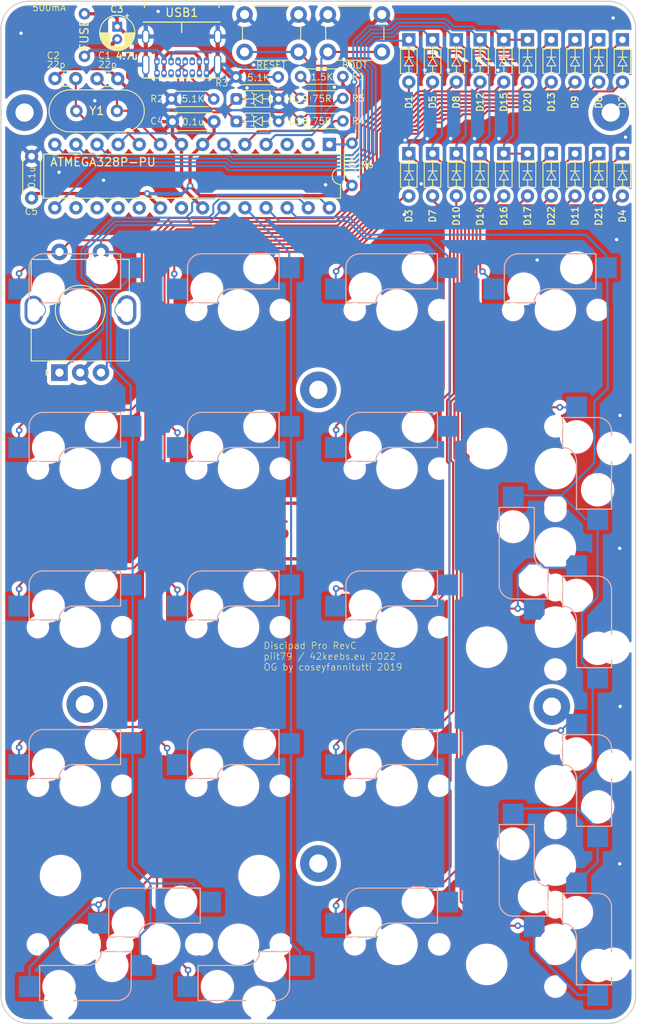
<source format=kicad_pcb>
(kicad_pcb (version 20211014) (generator pcbnew)
  (layers (0 "F.Cu" signal) (31 "B.Cu" signal) (34 "B.Paste" user) (35 "F.Paste" user) (36 "B.SilkS" user "B.Silkscreen") (37 "F.SilkS" user "F.Silkscreen") (38 "B.Mask" user) (39 "F.Mask" user) (44 "Edge.Cuts" user))
  (net 0 "")
  (net 1 "row0")
  (net 2 "Net-(D1-Pad2)")
  (net 3 "row1")
  (net 4 "Net-(D2-Pad2)")
  (net 5 "row2")
  (net 6 "Net-(D3-Pad2)")
  (net 7 "Net-(D4-Pad2)")
  (net 8 "row3")
  (net 9 "row4")
  (net 10 "Net-(D5-Pad2)")
  (net 11 "Net-(D6-Pad2)")
  (net 12 "Net-(D7-Pad2)")
  (net 13 "Net-(D8-Pad2)")
  (net 14 "Net-(D9-Pad2)")
  (net 15 "Net-(D10-Pad2)")
  (net 16 "Net-(D12-Pad2)")
  (net 17 "Net-(D13-Pad2)")
  (net 18 "Net-(D14-Pad2)")
  (net 19 "col0")
  (net 20 "col1")
  (net 21 "col2")
  (net 22 "col3")
  (net 23 "xtal1")
  (net 24 "GND")
  (net 25 "xtal2")
  (net 26 "+5V")
  (net 27 "Net-(D18-Pad1)")
  (net 28 "Net-(D19-Pad1)")
  (net 29 "VCC")
  (net 30 "Net-(R2-Pad2)")
  (net 31 "Net-(R3-Pad2)")
  (net 32 "D-")
  (net 33 "D+")
  (net 34 "reset")
  (net 35 "boot")
  (net 36 "mosi")
  (net 37 "sck")
  (net 38 "miso")
  (net 39 "EN2")
  (net 40 "EN1")
  (net 41 "Net-(D11-Pad2)")
  (net 42 "Net-(D15-Pad2)")
  (net 43 "Net-(D16-Pad2)")
  (net 44 "Net-(D17-Pad2)")
  (net 45 "Net-(D20-Pad2)")
  (net 46 "Net-(D21-Pad2)")
  (net 47 "Net-(D22-Pad2)")
  (footprint "42keebs:D_DO-35_SOD27_P5.08mm_Horizontal" (layer "F.Cu") (at 154.716461 18.45733 -90)
    (fp_text reference "D1")
    (fp_text value " ")
  )
  (footprint "42keebs:D_DO-35_SOD27_P5.08mm_Horizontal" (layer "F.Cu") (at 180.404923 18.45733 -90)
    (fp_text reference "D2")
    (fp_text value " ")
  )
  (footprint "42keebs:D_DO-35_SOD27_P5.08mm_Horizontal" (layer "F.Cu") (at 154.716461 32.138743 -90)
    (fp_text reference "D3")
    (fp_text value " ")
  )
  (footprint "42keebs:D_DO-35_SOD27_P5.08mm_Horizontal" (layer "F.Cu") (at 180.40461 32.138743 -90)
    (fp_text reference "D4")
    (fp_text value " ")
  )
  (footprint "42keebs:D_DO-35_SOD27_P5.08mm_Horizontal" (layer "F.Cu") (at 157.570767 18.45733 -90)
    (fp_text reference "D5")
    (fp_text value " ")
  )
  (footprint "42keebs:D_DO-35_SOD27_P5.08mm_Horizontal" (layer "F.Cu") (at 177.55061 18.45733 -90)
    (fp_text reference "D6")
    (fp_text value " ")
  )
  (footprint "42keebs:D_DO-35_SOD27_P5.08mm_Horizontal" (layer "F.Cu") (at 157.570767 32.138743 -90)
    (fp_text reference "D7")
    (fp_text value " ")
  )
  (footprint "42keebs:D_DO-35_SOD27_P5.08mm_Horizontal" (layer "F.Cu") (at 160.425073 18.45733 -90)
    (fp_text reference "D8")
    (fp_text value " ")
  )
  (footprint "42keebs:D_DO-35_SOD27_P5.08mm_Horizontal" (layer "F.Cu") (at 174.696297 18.45733 -90)
    (fp_text reference "D9")
    (fp_text value " ")
  )
  (footprint "42keebs:D_DO-35_SOD27_P5.08mm_Horizontal" (layer "F.Cu") (at 160.425073 32.138743 -90)
    (fp_text reference "D10")
    (fp_text value " ")
  )
  (footprint "42keebs:D_DO-35_SOD27_P5.08mm_Horizontal" (layer "F.Cu") (at 174.696297 32.138743 -90)
    (fp_text reference "D11")
    (fp_text value " ")
  )
  (footprint "42keebs:D_DO-35_SOD27_P5.08mm_Horizontal" (layer "F.Cu") (at 163.279379 18.45733 -90)
    (fp_text reference "D12")
    (fp_text value " ")
  )
  (footprint "42keebs:D_DO-35_SOD27_P5.08mm_Horizontal" (layer "F.Cu") (at 171.841991 18.45733 -90)
    (fp_text reference "D13")
    (fp_text value " ")
  )
  (footprint "42keebs:D_DO-35_SOD27_P5.08mm_Horizontal" (layer "F.Cu") (at 163.279379 32.138743 -90)
    (fp_text reference "D14")
    (fp_text value " ")
  )
  (footprint "42keebs:D_DO-35_SOD27_P5.08mm_Horizontal" (layer "F.Cu") (at 166.133685 18.45733 -90)
    (fp_text reference "D15")
    (fp_text value " ")
  )
  (footprint "42keebs:D_DO-35_SOD27_P5.08mm_Horizontal" (layer "F.Cu") (at 166.133685 32.138743 -90)
    (fp_text reference "D16")
    (fp_text value " ")
  )
  (footprint "42keebs:D_DO-35_SOD27_P5.08mm_Horizontal" (layer "F.Cu") (at 168.987991 32.138743 -90)
    (fp_text reference "D17")
    (fp_text value " ")
  )
  (footprint "MountingHole:MountingHole_2.2mm_M2_Pad" (layer "F.Cu") (at 108.503031 28.475773)
    (fp_text reference "H1")
    (fp_text value "MountingHole" hide)
  )
  (footprint "MountingHole:MountingHole_2.2mm_M2_Pad" (layer "F.Cu") (at 179.00113 28.475773)
    (fp_text reference "H2")
    (fp_text value "MountingHole" hide)
  )
  (footprint "MountingHole:MountingHole_2.2mm_M2_Pad" (layer "F.Cu") (at 143.833559 61.784261)
    (fp_text reference "H3")
    (fp_text value "MountingHole" hide)
  )
  (footprint "MountingHole:MountingHole_2.2mm_M2_Pad" (layer "F.Cu") (at 171.914575 99.841686)
    (fp_text reference "H5")
    (fp_text value "MountingHole" hide)
  )
  (footprint "MountingHole:MountingHole_2.2mm_M2_Pad" (layer "F.Cu") (at 115.752543 99.566685)
    (fp_text reference "H4")
    (fp_text value "MountingHole" hide)
  )
  (footprint "MountingHole:MountingHole_2.2mm_M2_Pad" (layer "F.Cu") (at 143.833559 118.686673)
    (fp_text reference "H6")
    (fp_text value "MountingHole" hide)
  )
  (footprint "Capacitor_THT:C_Disc_D3.0mm_W1.6mm_P2.50mm" (layer "F.Cu") (at 117.219101 24.409709)
    (fp_text reference "C1")
    (fp_text value "22p")
  )
  (footprint "Capacitor_THT:C_Disc_D3.0mm_W1.6mm_P2.50mm" (layer "F.Cu") (at 114.664393 24.392211 180)
    (fp_text reference "C2")
    (fp_text value "22p")
  )
  (footprint "Capacitor_THT:C_Disc_D4.3mm_W1.9mm_P5.00mm" (layer "F.Cu") (at 131.287493 29.571619 180)
    (fp_text reference "C4")
    (fp_text value "0.1u")
  )
  (footprint "Capacitor_THT:C_Disc_D4.3mm_W1.9mm_P5.00mm" (layer "F.Cu") (at 109.352493 38.732493 90)
    (fp_text reference "C5")
    (fp_text value "0.1u")
  )
  (footprint "42keebs:ZD_DO-35_SOD27_P5.08mm_Horizontal_smaller" (layer "F.Cu") (at 132.704831 29.536623)
    (fp_text reference "D18")
    (fp_text value "3.6V")
  )
  (footprint "42keebs:ZD_DO-35_SOD27_P5.08mm_Horizontal_smaller" (layer "F.Cu") (at 132.704831 26.841931)
    (fp_text reference "D19")
    (fp_text value "3.6V")
  )
  (footprint "keyboard_parts:polyfuse_5.1mm" (layer "F.Cu") (at 115.714273 19.160309 -90)
    (fp_text reference "F1")
    (fp_text value "500mA")
  )
  (footprint "Resistor_THT:R_Axial_DIN0204_L3.6mm_D1.6mm_P5.08mm_Horizontal" (layer "F.Cu") (at 146.783959 24.147239 180)
    (fp_text reference "R1")
    (fp_text value "1.5K")
  )
  (footprint "Resistor_THT:R_Axial_DIN0204_L3.6mm_D1.6mm_P5.08mm_Horizontal" (layer "F.Cu") (at 126.178077 26.841931)
    (fp_text reference "R2")
    (fp_text value "5.1K")
  )
  (footprint "Resistor_THT:R_Axial_DIN0204_L3.6mm_D1.6mm_P5.08mm_Horizontal" (layer "F.Cu") (at 133.929691 24.199733)
    (fp_text reference "R3")
    (fp_text value "5.1K")
  )
  (footprint "Resistor_THT:R_Axial_DIN0204_L3.6mm_D1.6mm_P5.08mm_Horizontal" (layer "F.Cu") (at 141.703959 29.484129)
    (fp_text reference "R4")
    (fp_text value "75R")
  )
  (footprint "Resistor_THT:R_Axial_DIN0204_L3.6mm_D1.6mm_P5.08mm_Horizontal" (layer "F.Cu") (at 146.783959 26.771939 180)
    (fp_text reference "R5")
    (fp_text value "75R")
  )
  (footprint "Resistor_THT:R_Axial_DIN0204_L3.6mm_D1.6mm_P5.08mm_Horizontal" (layer "F.Cu") (at 147.875597 37.235743 90)
    (fp_text reference "R6")
    (fp_text value "10K")
  )
  (footprint "Button_Switch_THT:SW_PUSH_6mm" (layer "F.Cu") (at 134.962073 16.693091)
    (fp_text reference "RESET1" hide)
    (fp_text value "RESET" hide)
  )
  (footprint "Package_DIP:DIP-28_W7.62mm" (layer "F.Cu") (at 145.163407 32.301307 -90)
    (fp_text reference "U1")
    (fp_text value "ATmega328P-PU")
  )
  (footprint "42keebs:USB_C_GCT_USB4085-offset-pads" (layer "F.Cu") (at 127.402937 17.602987 180)
    (fp_text reference "USB1")
    (fp_text value "USB_C_GCT_USB4085" hide)
  )
  (footprint "Crystal:Crystal_HC49-4H_Vertical" (layer "F.Cu") (at 119.616327 28.276767 180)
    (fp_text reference "Y1")
    (fp_text value "Crystal")
  )
  (footprint "Button_Switch_THT:SW_PUSH_6mm" (layer "F.Cu") (at 144.970929 16.693091)
    (fp_text reference "BOOT1" hide)
    (fp_text value "BOOT")
  )
  (footprint "logos:TOPY 4MM MASK" (layer "F.Cu") (at 108.452603 23.762283)
    (fp_text reference "G***" hide)
    (fp_text value "LOGO" hide)
  )
  (footprint "logos:DISCIPAD_SMALL_MASK" (layer "F.Cu") (at 143.823559 78.566019)
    (fp_text reference "G***" hide)
    (fp_text value "LOGO" hide)
  )
  (footprint "logos:DISCIPAD_SMALL_COPPER" (layer "F.Cu") (at 143.823559 78.566019)
    (fp_text reference "G***" hide)
    (fp_text value "LOGO" hide)
  )
  (footprint "discipad:RotaryEncoder_Alps_EC11E-Switch_Vertical_H20mm-for-MX" (layer "F.Cu") (at 112.701493 59.717093 90)
    (fp_text reference "SW17")
    (fp_text value "Rotary_Encoder_Switch")
  )
  (footprint "42keebs:D_DO-35_SOD27_P5.08mm_Horizontal" (layer "F.Cu") (at 177.55061 32.138743 -90)
    (fp_text reference "D21")
    (fp_text value " ")
  )
  (footprint "42keebs:D_DO-35_SOD27_P5.08mm_Horizontal" (layer "F.Cu") (at 168.987685 18.45733 -90)
    (fp_text reference "D20")
    (fp_text value " ")
  )
  (footprint "Capacitor_THT:CP_Radial_D4.0mm_P1.50mm" (layer "F.Cu") (at 119.652493 18.152493 -90)
    (fp_text reference "C3")
    (fp_text value "4.7u")
  )
  (footprint "42keebs:D_DO-35_SOD27_P5.08mm_Horizontal" (layer "F.Cu") (at 171.841991 32.138743 -90)
    (fp_text reference "D22")
    (fp_text value " ")
  )
  (footprint "discipad:Kailh_MX_Socket-swapped-pads" (layer "B.Cu") (at 115.189 52.197 180)
    (fp_text reference "SW0" hide)
    (fp_text value "KEYSW" hide)
  )
  (footprint "discipad:Kailh_MX_Socket-swapped-pads" (layer "B.Cu") (at 134.239 52.197 180)
    (fp_text reference "SW1" hide)
    (fp_text value "KEYSW" hide)
  )
  (footprint "discipad:Kailh_MX_Socket-swapped-pads" (layer "B.Cu") (at 153.289 52.197 180)
    (fp_text reference "SW2" hide)
    (fp_text value "KEYSW" hide)
  )
  (footprint "discipad:Kailh_MX_Socket-swapped-pads" (layer "B.Cu") (at 172.339 52.197 180)
    (fp_text reference "SW3" hide)
    (fp_text value "KEYSW" hide)
  )
  (footprint "discipad:Kailh_MX_Socket-swapped-pads" (layer "B.Cu") (at 115.189 71.247 180)
    (fp_text reference "SW4" hide)
    (fp_text value "KEYSW" hide)
  )
  (footprint "discipad:Kailh_MX_Socket-swapped-pads" (layer "B.Cu") (at 134.239 71.247 180)
    (fp_text reference "SW5" hide)
    (fp_text value "KEYSW" hide)
  )
  (footprint "discipad:Kailh_MX_Socket-swapped-pads" (layer "B.Cu") (at 153.289 71.247 180)
    (fp_text reference "SW6" hide)
    (fp_text value "KEYSW" hide)
  )
  (footprint "discipad:Kailh_MX_Socket-2u-swapped-pads-reversed-stabilizer" (layer "B.Cu") (at 172.339 80.772 -90)
    (fp_text reference "SW7" hide)
    (fp_text value "KEYSW" hide)
  )
  (footprint "discipad:Kailh_MX_Socket-swapped-pads" (layer "B.Cu") (at 115.189 90.297 180)
    (fp_text reference "SW8" hide)
    (fp_text value "KEYSW" hide)
  )
  (footprint "discipad:Kailh_MX_Socket-swapped-pads" (layer "B.Cu") (at 134.239 90.297 180)
    (fp_text reference "SW9" hide)
    (fp_text value "KEYSW" hide)
  )
  (footprint "discipad:Kailh_MX_Socket-swapped-pads" (layer "B.Cu") (at 153.289 90.297 180)
    (fp_text reference "SW10" hide)
    (fp_text value "KEYSW" hide)
  )
  (footprint "discipad:Kailh_MX_Socket-swapped-pads" (layer "B.Cu") (at 115.189 109.347 180)
    (fp_text reference "SW11" hide)
    (fp_text value "KEYSW" hide)
  )
  (footprint "discipad:Kailh_MX_Socket-swapped-pads" (layer "B.Cu") (at 134.239 109.347 180)
    (fp_text reference "SW12" hide)
    (fp_text value "KEYSW" hide)
  )
  (footprint "discipad:Kailh_MX_Socket-swapped-pads" (layer "B.Cu") (at 153.289 109.347 180)
    (fp_text reference "SW13" hide)
    (fp_text value "KEYSW" hide)
  )
  (footprint "discipad:Kailh_MX_Socket-2u-swapped-pads-reversed-stabilizer" (layer "B.Cu") (at 172.339 118.872 -90)
    (fp_text reference "SW14")
    (fp_text value "KEYSW")
  )
  (footprint "discipad:Kailh_MX_Socket-swapped-pads" (layer "B.Cu") (at 153.289 128.397 180)
    (fp_text reference "SW16" hide)
    (fp_text value "KEYSW" hide)
  )
  (footprint "discipad:Kailh_MX_Socket-2u-swapped-pads-reversed-stabilizer" (layer "B.Cu") (at 124.766 128.397 180)
    (fp_text reference "SW15" hide)
    (fp_text value "KEYSW" hide)
  )
  (footprint "discipad:Kailh_MX_Socket-swapped-pads" (layer "B.Cu") (at 115.189 128.397)
    (fp_text reference "SWB15" hide)
    (fp_text value "KEYSW" hide)
  )
  (footprint "discipad:Kailh_MX_Socket-swapped-pads" (layer "B.Cu") (at 134.239 128.397)
    (fp_text reference "SW18" hide)
    (fp_text value "KEYSW" hide)
  )
  (footprint "discipad:Kailh_MX_Socket-swapped-pads" (layer "B.Cu") (at 172.339 128.397 90)
    (fp_text reference "SWB14" hide)
    (fp_text value "KEYSW" hide)
  )
  (footprint "discipad:Kailh_MX_Socket-swapped-pads" (layer "B.Cu") (at 172.339 109.347 90)
    (fp_text reference "SW20" hide)
    (fp_text value "KEYSW" hide)
  )
  (footprint "discipad:Kailh_MX_Socket-swapped-pads" (layer "B.Cu") (at 172.339 71.247 90)
    (fp_text reference "SW19" hide)
    (fp_text value "KEYSW" hide)
  )
  (footprint "discipad:Kailh_MX_Socket-swapped-pads" (layer "B.Cu") (at 172.339 90.297 90)
    (fp_text reference "SWB7" hide)
    (fp_text value "KEYSW" hide)
  )
  (gr_line (start 136.324321 27.663811) (end 136.061856 27.401346) (layer "F.SilkS") (width 0.12))
  (gr_line (start 136.061856 28.976136) (end 135.799391 28.713671) (layer "F.SilkS") (width 0.12))
  (gr_line (start 136.324321 30.340954) (end 136.061856 30.078489) (layer "F.SilkS") (width 0.12))
  (gr_line (start 136.064831 26.291931) (end 135.802366 26.029466) (layer "F.SilkS") (width 0.12))
  (gr_arc (start 178.689575 15.101737) (mid 181.028063 16.070371) (end 181.996697 18.408859) (layer "Edge.Cuts") (width 0.15))
  (gr_arc (start 181.996697 134.594615) (mid 181.028063 136.933103) (end 178.689575 137.901737) (layer "Edge.Cuts") (width 0.15))
  (gr_arc (start 108.977543 137.901737) (mid 106.639055 136.933103) (end 105.670421 134.594615) (layer "Edge.Cuts") (width 0.15))
  (gr_line (start 105.670421 134.594615) (end 105.670421 18.408859) (layer "Edge.Cuts") (width 0.15))
  (gr_line (start 181.996697 18.408859) (end 181.996697 134.594615) (layer "Edge.Cuts") (width 0.15))
  (gr_arc (start 105.670421 18.408859) (mid 106.639055 16.070371) (end 108.977543 15.101737) (layer "Edge.Cuts") (width 0.15))
  (gr_line (start 108.977543 15.101737) (end 178.689575 15.101737) (layer "Edge.Cuts") (width 0.15))
  (gr_line (start 178.689575 137.901737) (end 108.977543 137.901737) (layer "Edge.Cuts") (width 0.15))
  (gr_text "PRO" (at 143.816493 80.951493) (layer "F.Cu") (effects (font (size 1 1.15) (thickness 0.25))))
  (gr_text "Discipad Pro RevC\npiit79 / 42keebs.eu 2022\nOG by coseyfannitutti 2019" (at 137.202493 93.802493) (layer "F.SilkS") (effects (font (size 0.8 0.8) (thickness 0.075)) (justify left)))
  (gr_text "BOOT" (at 148.208059 22.782395) (layer "F.SilkS") (effects (font (size 0.8 0.8) (thickness 0.1))))
  (gr_text "ATMEGA328P-PU" (at 117.936519 34.418565) (layer "F.SilkS") (effects (font (size 1 1))))
  (gr_text "RESET" (at 138.164207 22.764897) (layer "F.SilkS") (effects (font (size 0.8 0.8) (thickness 0.1))))
  (segment (start 179.280099 34.533254) (end 180.40461 33.408743) (width 0.25) (layer "F.Cu") (net 1))
  (segment (start 173.94418 35.432294) (end 174.3937 34.982774) (width 0.25) (layer "F.Cu") (net 1))
  (segment (start 158.496296 21.312013) (end 160.730578 21.312013) (width 0.25) (layer "F.Cu") (net 1))
  (segment (start 154.72733 19.72733) (end 155.851841 20.851841) (width 0.25) (layer "F.Cu") (net 1))
  (segment (start 158.036123 20.851841) (end 158.496296 21.312013) (width 0.25) (layer "F.Cu") (net 1))
  (segment (start 171.276072 35.881814) (end 171.725592 35.432294) (width 0.25) (layer "F.Cu") (net 1))
  (segment (start 161.169447 21.750881) (end 163.395778 21.750881) (width 0.25) (layer "F.Cu") (net 1))
  (segment (start 164.680124 22.290435) (end 171.186039 22.290436) (width 0.25) (layer "F.Cu") (net 1))
  (segment (start 161.220097 35.471533) (end 163.435017 35.471533) (width 0.25) (layer "F.Cu") (net 1))
  (segment (start 163.435017 35.471533) (end 163.845298 35.881814) (width 0.25) (layer "F.Cu") (net 1))
  (segment (start 154.716461 19.72733) (end 154.72733 19.72733) (width 0.25) (layer "F.Cu") (net 1))
  (segment (start 176.612297 21.301361) (end 177.061817 20.851841) (width 0.25) (layer "F.Cu") (net 1))
  (segment (start 163.395778 21.750881) (end 163.935335 22.290436) (width 0.25) (layer "F.Cu") (net 1))
  (segment (start 174.393701 21.301361) (end 176.612297 21.301361) (width 0.25) (layer "F.Cu") (net 1))
  (segment (start 160.731338 34.982774) (end 161.220097 35.471533) (width 0.25) (layer "F.Cu") (net 1))
  (segment (start 171.725594 21.750881) (end 173.944181 21.750881) (width 0.25) (layer "F.Cu") (net 1))
  (segment (start 173.944181 21.750881) (end 174.393701 21.301361) (width 0.25) (layer "F.Cu") (net 1))
  (segment (start 179.280412 20.851841) (end 180.404923 19.72733) (width 0.25) (layer "F.Cu") (net 1))
  (segment (start 171.186039 22.290436) (end 171.725594 21.750881) (width 0.25) (layer "F.Cu") (net 1))
  (segment (start 176.612297 34.982774) (end 177.061817 34.533254) (width 0.25) (layer "F.Cu") (net 1))
  (segment (start 160.730578 21.312013) (end 161.169447 21.750881) (width 0.25) (layer "F.Cu") (net 1))
  (segment (start 158.50908 34.982774) (end 160.731338 34.982774) (width 0.25) (layer "F.Cu") (net 1))
  (segment (start 171.725592 35.432294) (end 173.94418 35.432294) (width 0.25) (layer "F.Cu") (net 1))
  (segment (start 174.3937 34.982774) (end 176.612297 34.982774) (width 0.25) (layer "F.Cu") (net 1))
  (segment (start 177.061817 34.533254) (end 179.280099 34.533254) (width 0.25) (layer "F.Cu") (net 1))
  (segment (start 155.840972 34.533254) (end 158.05956 34.533254) (width 0.25) (layer "F.Cu") (net 1))
  (segment (start 155.851841 20.851841) (end 158.036123 20.851841) (width 0.25) (layer "F.Cu") (net 1))
  (segment (start 158.05956 34.533254) (end 158.50908 34.982774) (width 0.25) (layer "F.Cu") (net 1))
  (segment (start 177.061817 20.851841) (end 179.280412 20.851841) (width 0.25) (layer "F.Cu") (net 1))
  (segment (start 163.845298 35.881814) (end 171.276072 35.881814) (width 0.25) (layer "F.Cu") (net 1))
  (segment (start 163.935335 22.290436) (end 164.680124 22.290435) (width 0.25) (layer "F.Cu") (net 1))
  (segment (start 154.716461 33.408743) (end 155.840972 34.533254) (width 0.25) (layer "F.Cu") (net 1))
  (segment (start 148.711461 35.402493) (end 133.006909 35.402493) (width 0.25) (layer "B.Cu") (net 1))
  (segment (start 154.593436 19.850355) (end 150.685151 19.850355) (width 0.25) (layer "B.Cu") (net 1))
  (segment (start 155.841462 31.233742) (end 154.716461 32.358743) (width 0.25) (layer "B.Cu") (net 1))
  (segment (start 154.716461 19.72733) (end 154.593436 19.850355) (width 0.25) (layer "B.Cu") (net 1))
  (segment (start 149.852871 20.682635) (end 149.852871 22.222459) (width 0.25) (layer "B.Cu") (net 1))
  (segment (start 154.716461 32.358743) (end 154.716461 33.408743) (width 0.25) (layer "B.Cu") (net 1))
  (segment (start 149.852871 22.222459) (end 150.727771 23.097359) (width 0.25) (layer "B.Cu") (net 1))
  (segment (start 154.716461 21.77733) (end 155.841462 22.902331) (width 0.25) (layer "B.Cu") (net 1))
  (segment (start 117.162221 34.902493) (end 112.143407 39.921307) (width 0.25) (layer "B.Cu") (net 1))
  (segment (start 133.006909 35.402493) (end 132.506909 34.902493) (width 0.25) (layer "B.Cu") (net 1))
  (segment (start 150.727771 33.386183) (end 148.711461 35.402493) (width 0.25) (layer "B.Cu") (net 1))
  (segment (start 132.506909 34.902493) (end 117.162221 34.902493) (width 0.25) (layer "B.Cu") (net 1))
  (segment (start 150.685151 19.850355) (end 149.852871 20.682635) (width 0.25) (layer "B.Cu") (net 1))
  (segment (start 150.727771 23.097359) (end 150.727771 33.386183) (width 0.25) (layer "B.Cu") (net 1))
  (segment (start 154.716461 20.72733) (end 154.716461 21.77733) (width 0.25) (layer "B.Cu") (net 1))
  (segment (start 154.716461 20.72733) (end 154.716461 19.72733) (width 0.25) (layer "B.Cu") (net 1))
  (segment (start 155.841462 22.902331) (end 155.841462 31.233742) (width 0.25) (layer "B.Cu") (net 1))
  (segment (start 114.101893 43.816693) (end 112.701493 45.217093) (width 0.25) (layer "F.Cu") (net 2))
  (segment (start 148.975134 30.144134) (end 148.975134 37.847453) (width 0.25) (layer "F.Cu") (net 2))
  (segment (start 107.852493 47.752493) (end 110.387893 45.217093) (width 0.25) (layer "F.Cu") (net 2))
  (segment (start 110.387893 45.217093) (end 112.701493 45.217093) (width 0.25) (layer "F.Cu") (net 2))
  (segment (start 125.985219 41.152493) (end 123.321019 43.816693) (width 0.25) (layer "F.Cu") (net 2))
  (segment (start 154.716461 26.352841) (end 154.209873 26.859429) (width 0.25) (layer "F.Cu") (net 2))
  (segment (start 107.852493 47.802493) (end 107.852493 47.752493) (width 0.25) (layer "F.Cu") (net 2))
  (segment (start 123.321019 43.816693) (end 114.101893 43.816693) (width 0.25) (layer "F.Cu") (net 2))
  (segment (start 154.209873 26.859429) (end 152.259839 26.859429) (width 0.25) (layer "F.Cu") (net 2))
  (segment (start 145.670094 41.152493) (end 125.985219 41.152493) (width 0.25) (layer "F.Cu") (net 2))
  (segment (start 154.716461 24.80733) (end 154.716461 26.352841) (width 0.25) (layer "F.Cu") (net 2))
  (segment (start 148.975134 37.847453) (end 145.670094 41.152493) (width 0.25) (layer "F.Cu") (net 2))
  (segment (start 152.259839 26.859429) (end 148.975134 30.144134) (width 0.25) (layer "F.Cu") (net 2))
  (via (at 107.852493 47.802493) (size 0.8) (drill 0.4) (layers "F.Cu" "B.Cu") (net 2))
  (segment (start 107.852493 47.802493) (end 107.829 47.825986) (width 0.25) (layer "B.Cu") (net 2))
  (segment (start 107.829 47.825986) (end 107.829 49.657) (width 0.25) (layer "B.Cu") (net 2))
  (segment (start 164.031496 35.432294) (end 163.621215 35.022013) (width 0.25) (layer "F.Cu") (net 3))
  (segment (start 163.621215 35.022013) (end 161.406295 35.022013) (width 0.25) (layer "F.Cu") (net 3))
  (segment (start 160.916775 20.862493) (end 161.355644 21.301361) (width 0.25) (layer "F.Cu") (net 3))
  (segment (start 171.539396 21.301361) (end 173.757984 21.301361) (width 0.25) (layer "F.Cu") (net 3))
  (segment (start 164.121531 21.840916) (end 164.493926 21.840915) (width 0.25) (layer "F.Cu") (net 3))
  (segment (start 173.757984 21.301361) (end 174.207504 20.851841) (width 0.25) (layer "F.Cu") (net 3))
  (segment (start 173.757983 34.982774) (end 171.539394 34.982774) (width 0.25) (layer "F.Cu") (net 3))
  (segment (start 174.207504 20.851841) (end 176.426099 20.851841) (width 0.25) (layer "F.Cu") (net 3))
  (segment (start 161.406295 35.022013) (end 160.917536 34.533254) (width 0.25) (layer "F.Cu") (net 3))
  (segment (start 171.089875 35.432294) (end 164.031496 35.432294) (width 0.25) (layer "F.Cu") (net 3))
  (segment (start 158.682493 20.862493) (end 160.916775 20.862493) (width 0.25) (layer "F.Cu") (net 3))
  (segment (start 157.570767 19.72733) (end 157.570767 19.750767) (width 0.25) (layer "F.Cu") (net 3))
  (segment (start 158.695278 34.533254) (end 157.570767 33.408743) (width 0.25) (layer "F.Cu") (net 3))
  (segment (start 157.570767 19.750767) (end 158.682493 20.862493) (width 0.25) (layer "F.Cu") (net 3))
  (segment (start 174.207504 34.533254) (end 173.757983 34.982774) (width 0.25) (layer "F.Cu") (net 3))
  (segment (start 160.917536 34.533254) (end 158.695278 34.533254) (width 0.25) (layer "F.Cu") (net 3))
  (segment (start 164.493926 21.840915) (end 170.999841 21.840916) (width 0.25) (layer "F.Cu") (net 3))
  (segment (start 176.426099 20.851841) (end 177.55061 19.72733) (width 0.25) (layer "F.Cu") (net 3))
  (segment (start 171.539394 34.982774) (end 171.089875 35.432294) (width 0.25) (layer "F.Cu") (net 3))
  (segment (start 177.55061 33.408743) (end 176.426099 34.533254) (width 0.25) (layer "F.Cu") (net 3))
  (segment (start 170.999841 21.840916) (end 171.539396 21.301361) (width 0.25) (layer "F.Cu") (net 3))
  (segment (start 163.581976 21.301361) (end 164.121531 21.840916) (width 0.25) (layer "F.Cu") (net 3))
  (segment (start 161.355644 21.301361) (end 163.581976 21.301361) (width 0.25) (layer "F.Cu") (net 3))
  (segment (start 176.426099 34.533254) (end 174.207504 34.533254) (width 0.25) (layer "F.Cu") (net 3))
  (segment (start 150.272823 23.289837) (end 150.272823 33.193705) (width 0.25) (layer "B.Cu") (net 3))
  (segment (start 157.570767 21.77733) (end 158.695768 22.902331) (width 0.25) (layer "B.Cu") (net 3))
  (segment (start 155.222111 18.582875) (end 156.426312 18.582875) (width 0.25) (layer "B.Cu") (net 3))
  (segment (start 117.202493 34.452493) (end 116.652493 33.902493) (width 0.25) (layer "B.Cu") (net 3))
  (segment (start 157.570767 32.358743) (end 157.570767 33.408743) (width 0.25) (layer "B.Cu") (net 3))
  (segment (start 158.695768 22.902331) (end 158.695768 31.233742) (width 0.25) (layer "B.Cu") (net 3))
  (segment (start 153.673918 18.582875) (end 152.856449 19.400344) (width 0.25) (layer "B.Cu") (net 3))
  (segment (start 113.268407 33.426307) (end 112.143407 32.301307) (width 0.25) (layer "B.Cu") (net 3))
  (segment (start 152.856449 19.400344) (end 150.487736 19.400344) (width 0.25) (layer "B.Cu") (net 3))
  (segment (start 149.397923 20.490157) (end 149.397923 22.414937) (width 0.25) (layer "B.Cu") (net 3))
  (segment (start 157.570767 21.77733) (end 157.570767 19.72733) (width 0.25) (layer "B.Cu") (net 3))
  (segment (start 149.397923 22.414937) (end 150.272823 23.289837) (width 0.25) (layer "B.Cu") (net 3))
  (segment (start 148.514035 34.952493) (end 133.193305 34.952493) (width 0.25) (layer "B.Cu") (net 3))
  (segment (start 150.487736 19.400344) (end 149.397923 20.490157) (width 0.25) (layer "B.Cu") (net 3))
  (segment (start 115.616097 33.902493) (end 115.139911 33.426307) (width 0.25) (layer "B.Cu") (net 3))
  (segment (start 156.426312 18.582875) (end 157.570767 19.72733) (width 0.25) (layer "B.Cu") (net 3))
  (segment (start 132.693305 34.452493) (end 117.202493 34.452493) (width 0.25) (layer "B.Cu") (net 3))
  (segment (start 133.193305 34.952493) (end 132.693305 34.452493) (width 0.25) (layer "B.Cu") (net 3))
  (segment (start 150.272823 33.193705) (end 148.514035 34.952493) (width 0.25) (layer "B.Cu") (net 3))
  (segment (start 158.695768 31.233742) (end 157.570767 32.358743) (width 0.25) (layer "B.Cu") (net 3))
  (segment (start 116.652493 33.902493) (end 115.616097 33.902493) (width 0.25) (layer "B.Cu") (net 3))
  (segment (start 115.139911 33.426307) (end 113.268407 33.426307) (width 0.25) (layer "B.Cu") (net 3))
  (segment (start 155.222111 18.582875) (end 153.673918 18.582875) (width 0.25) (layer "B.Cu") (net 3))
  (segment (start 155.922493 31.022493) (end 157.282493 29.662493) (width 0.25) (layer "F.Cu") (net 4))
  (segment (start 147.602493 45.202493) (end 127.949109 45.202493) (width 0.25) (layer "F.Cu") (net 4))
  (segment (start 152.422493 40.382493) (end 153.112482 39.692501) (width 0.25) (layer "F.Cu") (net 4))
  (segment (start 168.659647 27.822493) (end 169.150845 27.331295) (width 0.25) (layer "F.Cu") (net 4))
  (segment (start 177.061817 25.931841) (end 179.280412 25.931841) (width 0.25) (layer "F.Cu") (net 4))
  (segment (start 153.832493 31.022493) (end 155.922493 31.022493) (width 0.25) (layer "F.Cu") (net 4))
  (segment (start 161.202493 28.682493) (end 163.761471 28.682493) (width 0.25) (layer "F.Cu") (net 4))
  (segment (start 160.692493 29.192493) (end 161.202493 28.682493) (width 0.25) (layer "F.Cu") (net 4))
  (segment (start 159.072493 29.192493) (end 160.692493 29.192493) (width 0.25) (layer "F.Cu") (net 4))
  (segment (start 127.949109 45.202493) (end 126.511046 46.640556) (width 0.25) (layer "F.Cu") (net 4))
  (segment (start 164.171471 28.272493) (end 166.152493 28.272493) (width 0.25) (layer "F.Cu") (net 4))
  (segment (start 166.602493 27.822493) (end 168.659647 27.822493) (width 0.25) (layer "F.Cu") (net 4))
  (segment (start 169.150845 27.331295) (end 171.225179 27.331295) (width 0.25) (layer "F.Cu") (net 4))
  (segment (start 163.761471 28.682493) (end 164.171471 28.272493) (width 0.25) (layer "F.Cu") (net 4))
  (segment (start 176.612297 26.381361) (end 177.061817 25.931841) (width 0.25) (layer "F.Cu") (net 4))
  (segment (start 171.724941 26.831533) (end 173.94353 26.831533) (width 0.25) (layer "F.Cu") (net 4))
  (segment (start 179.280412 25.931841) (end 180.404923 24.80733) (width 0.25) (layer "F.Cu") (net 4))
  (segment (start 158.602493 29.662493) (end 159.072493 29.192493) (width 0.25) (layer "F.Cu") (net 4))
  (segment (start 126.511046 46.640556) (end 126.511046 47.852493) (width 0.25) (layer "F.Cu") (net 4))
  (segment (start 166.152493 28.272493) (end 166.602493 27.822493) (width 0.25) (layer "F.Cu") (net 4))
  (segment (start 171.225179 27.331295) (end 171.724941 26.831533) (width 0.25) (layer "F.Cu") (net 4))
  (segment (start 173.94353 26.831533) (end 174.393702 26.381361) (width 0.25) (layer "F.Cu") (net 4))
  (segment (start 153.112482 31.742504) (end 153.832493 31.022493) (width 0.25) (layer "F.Cu") (net 4))
  (segment (start 153.112482 39.692501) (end 153.112482 31.742504) (width 0.25) (layer "F.Cu") (net 4))
  (segment (start 174.393702 26.381361) (end 176.612297 26.381361) (width 0.25) (layer "F.Cu") (net 4))
  (segment (start 152.422493 40.382493) (end 147.602493 45.202493) (width 0.25) (layer "F.Cu") (net 4))
  (segment (start 157.282493 29.662493) (end 158.602493 29.662493) (width 0.25) (layer "F.Cu") (net 4))
  (via (at 126.511046 47.852493) (size 0.8) (drill 0.4) (layers "F.Cu" "B.Cu") (net 4))
  (segment (start 126.511046 47.852493) (end 126.511046 49.289046) (width 0.25) (layer "B.Cu") (net 4))
  (segment (start 126.511046 49.289046) (end 126.879 49.657) (width 0.25) (layer "B.Cu") (net 4))
  (segment (start 160.428743 33.408743) (end 161.592493 34.572493) (width 0.25) (layer "F.Cu") (net 5))
  (segment (start 171.353198 20.851841) (end 173.571786 20.851841) (width 0.25) (layer "F.Cu") (net 5))
  (segment (start 164.307728 21.391396) (end 170.813643 21.391396) (width 0.25) (layer "F.Cu") (net 5))
  (segment (start 160.425073 33.408743) (end 160.428743 33.408743) (width 0.25) (layer "F.Cu") (net 5))
  (segment (start 173.571786 34.533254) (end 174.696297 33.408743) (width 0.25) (layer "F.Cu") (net 5))
  (segment (start 160.425073 19.735073) (end 161.541841 20.851841) (width 0.25) (layer "F.Cu") (net 5))
  (segment (start 170.813643 21.391396) (end 171.353198 20.851841) (width 0.25) (layer "F.Cu") (net 5))
  (segment (start 161.541841 20.851841) (end 163.768172 20.851841) (width 0.25) (layer "F.Cu") (net 5))
  (segment (start 160.425073 19.72733) (end 160.425073 19.735073) (width 0.25) (layer "F.Cu") (net 5))
  (segment (start 163.807411 34.572493) (end 164.217693 34.982774) (width 0.25) (layer "F.Cu") (net 5))
  (segment (start 173.571786 20.851841) (end 174.696297 19.72733) (width 0.25) (layer "F.Cu") (net 5))
  (segment (start 163.768172 20.851841) (end 164.307728 21.391396) (width 0.25) (layer "F.Cu") (net 5))
  (segment (start 171.353197 34.533254) (end 173.571786 34.533254) (width 0.25) (layer "F.Cu") (net 5))
  (segment (start 170.903678 34.982774) (end 171.353197 34.533254) (width 0.25) (layer "F.Cu") (net 5))
  (segment (start 164.217693 34.982774) (end 170.903678 34.982774) (width 0.25) (layer "F.Cu") (net 5))
  (segment (start 161.592493 34.572493) (end 163.807411 34.572493) (width 0.25) (layer "F.Cu") (net 5))
  (segment (start 114.683407 32.333407) (end 115.802493 33.452493) (width 0.25) (layer "B.Cu") (net 5))
  (segment (start 160.425073 33.408743) (end 160.425073 32.358743) (width 0.25) (layer "B.Cu") (net 5))
  (segment (start 158.82567 18.127927) (end 160.425073 19.72733) (width 0.25) (layer "B.Cu") (net 5))
  (segment (start 114.683407 32.301307) (end 114.683407 32.333407) (width 0.25) (layer "B.Cu") (net 5))
  (segment (start 150.290321 18.950333) (end 152.670049 18.950333) (width 0.25) (layer "B.Cu") (net 5))
  (segment (start 148.942975 20.297679) (end 150.290321 18.950333) (width 0.25) (layer "B.Cu") (net 5))
  (segment (start 148.316609 34.502493) (end 149.817875 33.001227) (width 0.25) (layer "B.Cu") (net 5))
  (segment (start 149.817875 33.001227) (end 149.817875 23.499813) (width 0.25) (layer "B.Cu") (net 5))
  (segment (start 160.425073 32.358743) (end 161.550074 31.233742) (width 0.25) (layer "B.Cu") (net 5))
  (segment (start 149.817875 23.499813) (end 148.942975 22.624913) (width 0.25) (layer "B.Cu") (net 5))
  (segment (start 160.425073 20.721041) (end 160.425073 19.72733) (width 0.25) (layer "B.Cu") (net 5))
  (segment (start 148.942975 22.624913) (end 148.942975 20.297679) (width 0.25) (layer "B.Cu") (net 5))
  (segment (start 133.379701 34.502493) (end 148.316609 34.502493) (width 0.25) (layer "B.Cu") (net 5))
  (segment (start 115.802493 33.452493) (end 116.838889 33.452493) (width 0.25) (layer "B.Cu") (net 5))
  (segment (start 116.838889 33.452493) (end 117.388889 34.002493) (width 0.25) (layer "B.Cu") (net 5))
  (segment (start 160.425073 21.77733) (end 160.425073 20.721041) (width 0.25) (layer "B.Cu") (net 5))
  (segment (start 161.550074 31.233742) (end 161.550074 22.902331) (width 0.25) (layer "B.Cu") (net 5))
  (segment (start 132.879701 34.002493) (end 133.379701 34.502493) (width 0.25) (layer "B.Cu") (net 5))
  (segment (start 152.670049 18.950333) (end 153.492455 18.127927) (width 0.25) (layer "B.Cu") (net 5))
  (segment (start 153.492455 18.127927) (end 158.82567 18.127927) (width 0.25) (layer "B.Cu") (net 5))
  (segment (start 117.388889 34.002493) (end 132.879701 34.002493) (width 0.25) (layer "B.Cu") (net 5))
  (segment (start 161.550074 22.902331) (end 160.425073 21.77733) (width 0.25) (layer "B.Cu") (net 5))
  (segment (start 154.205751 38.488743) (end 154.716461 38.488743) (width 0.25) (layer "F.Cu") (net 6))
  (segment (start 153.562002 39.878702) (end 153.562001 39.132493) (width 0.25) (layer "F.Cu") (net 6))
  (segment (start 153.562001 39.132493) (end 154.205751 38.488743) (width 0.25) (layer "F.Cu") (net 6))
  (segment (start 145.975493 47.465211) (end 153.562002 39.878702) (width 0.25) (layer "F.Cu") (net 6))
  (segment (start 145.975493 47.550493) (end 145.975493 47.465211) (width 0.25) (layer "F.Cu") (net 6))
  (via (at 145.975493 47.550493) (size 0.8) (drill 0.4) (layers "F.Cu" "B.Cu") (net 6))
  (segment (start 145.929 47.596986) (end 145.975493 47.550493) (width 0.25) (layer "B.Cu") (net 6))
  (segment (start 145.929 49.657) (end 145.929 47.596986) (width 0.25) (layer "B.Cu") (net 6))
  (segment (start 166.384292 41.427614) (end 168.591992 41.427614) (width 0.25) (layer "F.Cu") (net 7))
  (segment (start 173.934943 40.521533) (end 174.384463 40.072013) (width 0.25) (layer "F.Cu") (net 7))
  (segment (start 177.062578 39.612493) (end 177.08406 39.612493) (width 0.25) (layer "F.Cu") (net 7))
  (segment (start 165.928695 41.883211) (end 166.384292 41.427614) (width 0.25) (layer "F.Cu") (net 7))
  (segment (start 178.016399 39.613254) (end 178.01716 39.612493) (width 0.25) (layer "F.Cu") (net 7))
  (segment (start 179.28086 39.612493) (end 180.40461 38.488743) (width 0.25) (layer "F.Cu") (net 7))
  (segment (start 163.301533 47.307513) (end 163.301533 42.364889) (width 0.25) (layer "F.Cu") (net 7))
  (segment (start 163.576513 47.582493) (end 163.301533 47.307513) (width 0.25) (layer "F.Cu") (net 7))
  (segment (start 163.783211 41.883211) (end 165.928695 41.883211) (width 0.25) (layer "F.Cu") (net 7))
  (segment (start 169.048553 40.971053) (end 171.266835 40.971053) (width 0.25) (layer "F.Cu") (net 7))
  (segment (start 174.384463 40.072013) (end 176.603058 40.072013) (width 0.25) (layer "F.Cu") (net 7))
  (segment (start 178.01716 39.612493) (end 179.28086 39.612493) (width 0.25) (layer "F.Cu") (net 7))
  (segment (start 168.591992 41.427614) (end 169.048553 40.971053) (width 0.25) (layer "F.Cu") (net 7))
  (segment (start 177.08406 39.612493) (end 177.084821 39.613254) (width 0.25) (layer "F.Cu") (net 7))
  (segment (start 171.266835 40.971053) (end 171.716355 40.521533) (width 0.25) (layer "F.Cu") (net 7))
  (segment (start 163.301533 42.364889) (end 163.783211 41.883211) (width 0.25) (layer "F.Cu") (net 7))
  (segment (start 176.603058 40.072013) (end 177.062578 39.612493) (width 0.25) (layer "F.Cu") (net 7))
  (segment (start 171.716355 40.521533) (end 173.934943 40.521533) (width 0.25) (layer "F.Cu") (net 7))
  (segment (start 177.084821 39.613254) (end 178.016399 39.613254) (width 0.25) (layer "F.Cu") (net 7))
  (via (at 163.576513 47.582493) (size 0.8) (drill 0.4) (layers "F.Cu" "B.Cu") (net 7))
  (segment (start 164.979 49.657) (end 164.979 48.98498) (width 0.25) (layer "B.Cu") (net 7))
  (segment (start 164.979 48.98498) (end 163.576513 47.582493) (width 0.25) (layer "B.Cu") (net 7))
  (segment (start 170.71748 34.533254) (end 171.841991 33.408743) (width 0.25) (layer "F.Cu") (net 8))
  (segment (start 164.493925 20.941876) (end 170.627445 20.941876) (width 0.25) (layer "F.Cu") (net 8))
  (segment (start 163.279379 19.72733) (end 164.493925 20.941876) (width 0.25) (layer "F.Cu") (net 8))
  (segment (start 163.279379 33.408743) (end 164.40389 34.533254) (width 0.25) (layer "F.Cu") (net 8))
  (segment (start 164.40389 34.533254) (end 170.71748 34.533254) (width 0.25) (layer "F.Cu") (net 8))
  (segment (start 170.627445 20.941876) (end 171.841991 19.72733) (width 0.25) (layer "F.Cu") (net 8))
  (segment (start 152.488601 18.495385) (end 150.097843 18.495385) (width 0.25) (layer "B.Cu") (net 8))
  (segment (start 148.488027 20.105201) (end 148.488027 22.817391) (width 0.25) (layer "B.Cu") (net 8))
  (segment (start 164.40438 22.902331) (end 164.40438 31.233742) (width 0.25) (layer "B.Cu") (net 8))
  (segment (start 148.488027 22.817391) (end 149.362927 23.692291) (width 0.25) (layer "B.Cu") (net 8))
  (segment (start 149.362927 32.808749) (end 148.119183 34.052493) (width 0.25) (layer "B.Cu") (net 8))
  (segment (start 163.279379 20.72733) (end 163.279379 19.72733) (width 0.25) (layer "B.Cu") (net 8))
  (segment (start 153.306059 17.677927) (end 152.488601 18.495385) (width 0.25) (layer "B.Cu") (net 8))
  (segment (start 159.936632 18.602493) (end 159.012066 17.677927) (width 0.25) (layer "B.Cu") (net 8))
  (segment (start 163.279379 19.72733) (end 163.279379 19.679379) (width 0.25) (layer "B.Cu") (net 8))
  (segment (start 133.066097 33.552493) (end 118.474593 33.552493) (width 0.25) (layer "B.Cu") (net 8))
  (segment (start 133.566097 34.052493) (end 133.066097 33.552493) (width 0.25) (layer "B.Cu") (net 8))
  (segment (start 148.119183 34.052493) (end 133.566097 34.052493) (width 0.25) (layer "B.Cu") (net 8))
  (segment (start 162.202493 18.602493) (end 159.936632 18.602493) (width 0.25) (layer "B.Cu") (net 8))
  (segment (start 159.012066 17.677927) (end 153.306059 17.677927) (width 0.25) (layer "B.Cu") (net 8))
  (segment (start 163.279379 32.358743) (end 163.279379 33.408743) (width 0.25) (layer "B.Cu") (net 8))
  (segment (start 163.279379 21.77733) (end 164.40438 22.902331) (width 0.25) (layer "B.Cu") (net 8))
  (segment (start 163.279379 20.72733) (end 163.279379 21.77733) (width 0.25) (layer "B.Cu") (net 8))
  (segment (start 149.362927 23.692291) (end 149.362927 32.808749) (width 0.25) (layer "B.Cu") (net 8))
  (segment (start 163.279379 19.679379) (end 162.202493 18.602493) (width 0.25) (layer "B.Cu") (net 8))
  (segment (start 164.40438 31.233742) (end 163.279379 32.358743) (width 0.25) (layer "B.Cu") (net 8))
  (segment (start 118.474593 33.552493) (end 117.223407 32.301307) (width 0.25) (layer "B.Cu") (net 8))
  (segment (start 150.097843 18.495385) (end 148.488027 20.105201) (width 0.25) (layer "B.Cu") (net 8))
  (segment (start 166.133685 33.408743) (end 168.987991 33.408743) (width 0.25) (layer "F.Cu") (net 9))
  (segment (start 166.133685 19.72733) (end 168.987685 19.72733) (width 0.25) (layer "F.Cu") (net 9))
  (segment (start 149.905365 18.040437) (end 152.267595 18.040437) (width 0.25) (layer "B.Cu") (net 9))
  (segment (start 167.258686 31.233742) (end 167.258686 22.902331) (width 0.25) (layer "B.Cu") (net 9))
  (segment (start 166.133685 21.77733) (end 166.133685 20.725305) (width 0.25) (layer "B.Cu") (net 9))
  (segment (start 132.463407 32.301307) (end 132.463407 32.313407) (width 0.25) (layer "B.Cu") (net 9))
  (segment (start 148.900598 23.877388) (end 148.033079 23.009869) (width 0.25) (layer "B.Cu") (net 9))
  (segment (start 153.080105 17.227927) (end 159.198462 17.227927) (width 0.25) (layer "B.Cu") (net 9))
  (segment (start 162.388889 18.152493) (end 162.838726 18.60233) (width 0.25) (layer "B.Cu") (net 9))
  (segment (start 148.033079 23.009869) (end 148.033079 19.912723) (width 0.25) (layer "B.Cu") (net 9))
  (segment (start 166.133685 20.725305) (end 166.133685 19.72733) (width 0.25) (layer "B.Cu") (net 9))
  (segment (start 165.008685 18.60233) (end 166.133685 19.72733) (width 0.25) (layer "B.Cu") (net 9))
  (segment (start 166.133685 33.408743) (end 166.133685 32.358743) (width 0.25) (layer "B.Cu") (net 9))
  (segment (start 152.267595 18.040437) (end 153.080105 17.227927) (width 0.25) (layer "B.Cu") (net 9))
  (segment (start 147.921757 33.602493) (end 148.900598 32.623652) (width 0.25) (layer "B.Cu") (net 9))
  (segment (start 148.900598 32.623652) (end 148.900598 23.877388) (width 0.25) (layer "B.Cu") (net 9))
  (segment (start 148.033079 19.912723) (end 149.905365 18.040437) (width 0.25) (layer "B.Cu") (net 9))
  (segment (start 166.133685 32.358743) (end 167.258686 31.233742) (width 0.25) (layer "B.Cu") (net 9))
  (segment (start 132.463407 32.313407) (end 133.752493 33.602493) (width 0.25) (layer "B.Cu") (net 9))
  (segment (start 159.198462 17.227927) (end 160.123028 18.152493) (width 0.25) (layer "B.Cu") (net 9))
  (segment (start 160.123028 18.152493) (end 162.388889 18.152493) (width 0.25) (layer "B.Cu") (net 9))
  (segment (start 133.752493 33.602493) (end 147.921757 33.602493) (width 0.25) (layer "B.Cu") (net 9))
  (segment (start 167.258686 22.902331) (end 166.133685 21.77733) (width 0.25) (layer "B.Cu") (net 9))
  (segment (start 162.838726 18.60233) (end 165.008685 18.60233) (width 0.25) (layer "B.Cu") (net 9))
  (segment (start 107.850093 66.651293) (end 107.850093 66.244893) (width 0.25) (layer "F.Cu") (net 10))
  (segment (start 107.850093 66.244893) (end 109.907493 64.187493) (width 0.25) (layer "F.Cu") (net 10))
  (segment (start 145.902503 41.602493) (end 149.447571 38.057425) (width 0.25) (layer "F.Cu") (net 10))
  (segment (start 121.337493 64.187493) (end 122.590987 62.933999) (width 0.25) (layer "F.Cu") (net 10))
  (segment (start 157.570767 25.443831) (end 157.570767 24.80733) (width 0.25) (layer "F.Cu") (net 10))
  (segment (start 122.590987 62.933999) (end 122.590987 45.284823) (width 0.25) (layer "F.Cu") (net 10))
  (segment (start 157.10324 25.911358) (end 157.570767 25.443831) (width 0.25) (layer "F.Cu") (net 10))
  (segment (start 154.437347 27.331875) (end 155.857864 25.911358) (width 0.25) (layer "F.Cu") (net 10))
  (segment (start 122.590987 45.284823) (end 126.273317 41.602493) (width 0.25) (layer "F.Cu") (net 10))
  (segment (start 149.447571 30.307415) (end 152.423111 27.331875) (width 0.25) (layer "F.Cu") (net 10))
  (segment (start 155.857864 25.911358) (end 157.10324 25.911358) (width 0.25) (layer "F.Cu") (net 10))
  (segment (start 109.907493 64.187493) (end 121.337493 64.187493) (width 0.25) (layer "F.Cu") (net 10))
  (segment (start 149.447571 38.057425) (end 149.447571 30.307415) (width 0.25) (layer "F.Cu") (net 10))
  (segment (start 126.273317 41.602493) (end 145.902503 41.602493) (width 0.25) (layer "F.Cu") (net 10))
  (segment (start 152.423111 27.331875) (end 154.437347 27.331875) (width 0.25) (layer "F.Cu") (net 10))
  (via (at 107.850093 66.651293) (size 0.8) (drill 0.4) (layers "F.Cu" "B.Cu") (net 10))
  (segment (start 107.829 68.707) (end 107.829 66.672386) (width 0.25) (layer "B.Cu") (net 10))
  (segment (start 107.829 66.672386) (end 107.850093 66.651293) (width 0.25) (layer "B.Cu") (net 10))
  (segment (start 176.426099 25.931841) (end 177.55061 24.80733) (width 0.25) (layer "F.Cu") (net 11))
  (segment (start 147.416773 44.752493) (end 152.662962 39.506304) (width 0.25) (layer "F.Cu") (net 11))
  (segment (start 173.757332 26.382013) (end 174.207504 25.931841) (width 0.25) (layer "F.Cu") (net 11))
  (segment (start 174.207504 25.931841) (end 176.426099 25.931841) (width 0.25) (layer "F.Cu") (net 11))
  (segment (start 168.964647 26.881775) (end 171.038981 26.881775) (width 0.25) (layer "F.Cu") (net 11))
  (segment (start 125.786546 65.816546) (end 125.786546 46.72866) (width 0.25) (layer "F.Cu") (net 11))
  (segment (start 157.096296 29.212973) (end 158.416295 29.212973) (width 0.25) (layer "F.Cu") (net 11))
  (segment (start 171.038981 26.881775) (end 171.538743 26.382013) (width 0.25) (layer "F.Cu") (net 11))
  (segment (start 160.506295 28.742973) (end 161.016296 28.232973) (width 0.25) (layer "F.Cu") (net 11))
  (segment (start 171.538743 26.382013) (end 173.757332 26.382013) (width 0.25) (layer "F.Cu") (net 11))
  (segment (start 152.662962 39.506304) (end 152.662962 31.556307) (width 0.25) (layer "F.Cu") (net 11))
  (segment (start 127.762713 44.752493) (end 147.416773 44.752493) (width 0.25) (layer "F.Cu") (net 11))
  (segment (start 161.016296 28.232973) (end 163.575273 28.232973) (width 0.25) (layer "F.Cu") (net 11))
  (segment (start 165.940958 27.822973) (end 166.411438 27.352493) (width 0.25) (layer "F.Cu") (net 11))
  (segment (start 155.736295 30.572973) (end 157.096296 29.212973) (width 0.25) (layer "F.Cu") (net 11))
  (segment (start 153.646296 30.572973) (end 155.736295 30.572973) (width 0.25) (layer "F.Cu") (net 11))
  (segment (start 163.575273 28.232973) (end 163.985273 27.822973) (width 0.25) (layer "F.Cu") (net 11))
  (segment (start 168.493929 27.352493) (end 168.964647 26.881775) (width 0.25) (layer "F.Cu") (net 11))
  (segment (start 125.786546 46.72866) (end 127.762713 44.752493) (width 0.25) (layer "F.Cu") (net 11))
  (segment (start 166.411438 27.352493) (end 168.493929 27.352493) (width 0.25) (layer "F.Cu") (net 11))
  (segment (start 126.892493 66.922493) (end 125.786546 65.816546) (width 0.25) (layer "F.Cu") (net 11))
  (segment (start 152.662962 31.556307) (end 153.646296 30.572973) (width 0.25) (layer "F.Cu") (net 11))
  (segment (start 158.886296 28.742973) (end 160.506295 28.742973) (width 0.25) (layer "F.Cu") (net 11))
  (segment (start 158.416295 29.212973) (end 158.886296 28.742973) (width 0.25) (layer "F.Cu") (net 11))
  (segment (start 163.985273 27.822973) (end 165.940958 27.822973) (width 0.25) (layer "F.Cu") (net 11))
  (via (at 126.892493 66.922493) (size 0.8) (drill 0.4) (layers "F.Cu" "B.Cu") (net 11))
  (segment (start 126.879 66.935986) (end 126.879 68.707) (width 0.25) (layer "B.Cu") (net 11))
  (segment (start 126.892493 66.922493) (end 126.879 66.935986) (width 0.25) (layer "B.Cu") (net 11))
  (segment (start 157.527493 64.187493) (end 159.669634 62.045352) (width 0.25) (layer "F.Cu") (net 12))
  (segment (start 145.975493 66.600493) (end 145.975493 66.092493) (width 0.25) (layer "F.Cu") (net 12))
  (segment (start 147.880493 64.187493) (end 157.527493 64.187493) (width 0.25) (layer "F.Cu") (net 12))
  (segment (start 145.975493 66.092493) (end 147.880493 64.187493) (width 0.25) (layer "F.Cu") (net 12))
  (segment (start 159.669634 41.079634) (end 157.570767 38.980767) (width 0.25) (layer "F.Cu") (net 12))
  (segment (start 159.669634 62.045352) (end 159.669634 41.079634) (width 0.25) (layer "F.Cu") (net 12))
  (segment (start 157.570767 38.980767) (end 157.570767 38.488743) (width 0.25) (layer "F.Cu") (net 12))
  (via (at 145.975493 66.600493) (size 0.8) (drill 0.4) (layers "F.Cu" "B.Cu") (net 12))
  (segment (start 145.929 68.707) (end 145.929 66.646986) (width 0.25) (layer "B.Cu") (net 12))
  (segment (start 145.929 66.646986) (end 145.975493 66.600493) (width 0.25) (layer "B.Cu") (net 12))
  (segment (start 149.920008 30.484957) (end 152.618142 27.786823) (width 0.25) (layer "F.Cu") (net 13))
  (segment (start 109.907493 83.237493) (end 121.591493 83.237493) (width 0.25) (layer "F.Cu") (net 13))
  (segment (start 146.134912 42.052493) (end 149.920008 38.267397) (width 0.25) (layer "F.Cu") (net 13))
  (segment (start 152.618142 27.786823) (end 154.632463 27.786823) (width 0.25) (layer "F.Cu") (net 13))
  (segment (start 123.043592 81.785394) (end 123.043592 45.563924) (width 0.25) (layer "F.Cu") (net 13))
  (segment (start 149.920008 38.267397) (end 149.920008 30.484957) (width 0.25) (layer "F.Cu") (net 13))
  (segment (start 107.850093 85.701293) (end 107.850093 85.294893) (width 0.25) (layer "F.Cu") (net 13))
  (segment (start 123.043592 45.563924) (end 126.555023 42.052493) (width 0.25) (layer "F.Cu") (net 13))
  (segment (start 157.322955 26.361369) (end 157.751993 25.932331) (width 0.25) (layer "F.Cu") (net 13))
  (segment (start 107.850093 85.294893) (end 109.907493 83.237493) (width 0.25) (layer "F.Cu") (net 13))
  (segment (start 121.591493 83.237493) (end 123.043592 81.785394) (width 0.25) (layer "F.Cu") (net 13))
  (segment (start 156.057917 26.361369) (end 157.322955 26.361369) (width 0.25) (layer "F.Cu") (net 13))
  (segment (start 159.300072 25.932331) (end 160.425073 24.80733) (width 0.25) (layer "F.Cu") (net 13))
  (segment (start 154.632463 27.786823) (end 156.057917 26.361369) (width 0.25) (layer "F.Cu") (net 13))
  (segment (start 126.555023 42.052493) (end 146.134912 42.052493) (width 0.25) (layer "F.Cu") (net 13))
  (segment (start 157.751993 25.932331) (end 159.300072 25.932331) (width 0.25) (layer "F.Cu") (net 13))
  (via (at 107.850093 85.701293) (size 0.8) (drill 0.4) (layers "F.Cu" "B.Cu") (net 13))
  (segment (start 107.829 87.757) (end 107.829 85.722386) (width 0.25) (layer "B.Cu") (net 13))
  (segment (start 107.829 85.722386) (end 107.850093 85.701293) (width 0.25) (layer "B.Cu") (net 13))
  (segment (start 168.307731 26.902973) (end 168.778448 26.432256) (width 0.25) (layer "F.Cu") (net 14))
  (segment (start 152.213442 31.37011) (end 153.460099 30.123453) (width 0.25) (layer "F.Cu") (net 14))
  (segment (start 127.576995 44.302493) (end 147.231056 44.302493) (width 0.25) (layer "F.Cu") (net 14))
  (segment (start 156.911057 28.762493) (end 158.231057 28.762493) (width 0.25) (layer "F.Cu") (net 14))
  (segment (start 147.231056 44.302493) (end 152.213442 39.320107) (width 0.25) (layer "F.Cu") (net 14))
  (segment (start 160.830099 27.783453) (end 163.389075 27.783453) (width 0.25) (layer "F.Cu") (net 14))
  (segment (start 170.852783 26.432256) (end 171.352545 25.932493) (width 0.25) (layer "F.Cu") (net 14))
  (segment (start 126.892493 85.792493) (end 125.337026 84.237026) (width 0.25) (layer "F.Cu") (net 14))
  (segment (start 153.460099 30.123453) (end 155.550097 30.123453) (width 0.25) (layer "F.Cu") (net 14))
  (segment (start 125.337026 46.542462) (end 127.576995 44.302493) (width 0.25) (layer "F.Cu") (net 14))
  (segment (start 125.337026 84.237026) (end 125.337026 46.542462) (width 0.25) (layer "F.Cu") (net 14))
  (segment (start 168.778448 26.432256) (end 170.852783 26.432256) (width 0.25) (layer "F.Cu") (net 14))
  (segment (start 158.231057 28.762493) (end 158.700099 28.293453) (width 0.25) (layer "F.Cu") (net 14))
  (segment (start 171.352545 25.932493) (end 173.571134 25.932493) (width 0.25) (layer "F.Cu") (net 14))
  (segment (start 165.75476 27.373453) (end 166.225241 26.902973) (width 0.25) (layer "F.Cu") (net 14))
  (segment (start 152.213442 39.320107) (end 152.213442 31.37011) (width 0.25) (layer "F.Cu") (net 14))
  (segment (start 173.571134 25.932493) (end 174.696297 24.80733) (width 0.25) (layer "F.Cu") (net 14))
  (segment (start 166.225241 26.902973) (end 168.307731 26.902973) (width 0.25) (layer "F.Cu") (net 14))
  (segment (start 163.389075 27.783453) (end 163.799075 27.373453) (width 0.25) (layer "F.Cu") (net 14))
  (segment (start 155.550097 30.123453) (end 156.911057 28.762493) (width 0.25) (layer "F.Cu") (net 14))
  (segment (start 160.320097 28.293453) (end 160.830099 27.783453) (width 0.25) (layer "F.Cu") (net 14))
  (segment (start 163.799075 27.373453) (end 165.75476 27.373453) (width 0.25) (layer "F.Cu") (net 14))
  (segment (start 158.700099 28.293453) (end 160.320097 28.293453) (width 0.25) (layer "F.Cu") (net 14))
  (via (at 126.892493 85.792493) (size 0.8) (drill 0.4) (layers "F.Cu" "B.Cu") (net 14))
  (segment (start 126.892493 85.792493) (end 126.879 85.805986) (width 0.25) (layer "B.Cu") (net 14))
  (segment (start 126.879 85.805986) (end 126.879 87.757) (width 0.25) (layer "B.Cu") (net 14))
  (segment (start 159.593521 70.693521) (end 159.302493 70.402493) (width 0.25) (layer "F.Cu") (net 15))
  (segment (start 158.158017 87.152493) (end 159.593521 85.716989) (width 0.25) (layer "F.Cu") (net 15))
  (segment (start 159.302493 70.402493) (end 159.302493 63.053903) (width 0.25) (layer "F.Cu") (net 15))
  (segment (start 150.800493 85.650493) (end 152.302493 87.152493) (width 0.25) (layer "F.Cu") (net 15))
  (segment (start 159.593521 85.716989) (end 159.593521 70.693521) (width 0.25) (layer "F.Cu") (net 15))
  (segment (start 159.302493 63.053903) (end 160.123453 62.232943) (width 0.25) (layer "F.Cu") (net 15))
  (segment (start 145.975493 85.650493) (end 150.800493 85.650493) (width 0.25) (layer "F.Cu") (net 15))
  (segment (start 152.302493 87.152493) (end 158.158017 87.152493) (width 0.25) (layer "F.Cu") (net 15))
  (segment (start 160.123453 62.232943) (end 160.123453 41.092943) (width 0.25) (layer "F.Cu") (net 15))
  (segment (start 160.425073 40.791323) (end 160.425073 38.488743) (width 0.25) (layer "F.Cu") (net 15))
  (segment (start 160.123453 41.092943) (end 160.425073 40.791323) (width 0.25) (layer "F.Cu") (net 15))
  (via (at 145.975493 85.650493) (size 0.8) (drill 0.4) (layers "F.Cu" "B.Cu") (net 15))
  (segment (start 145.929 85.696986) (end 145.975493 85.650493) (width 0.25) (layer "B.Cu") (net 15))
  (segment (start 145.929 87.757) (end 145.929 85.696986) (width 0.25) (layer "B.Cu") (net 15))
  (segment (start 123.516029 100.870957) (end 123.516029 45.773896) (width 0.25) (layer "F.Cu") (net 16))
  (segment (start 159.930972 25.948565) (end 162.647083 25.948565) (width 0.25) (layer "F.Cu") (net 16))
  (segment (start 123.516029 45.773896) (end 126.787432 42.502493) (width 0.25) (layer "F.Cu") (net 16))
  (segment (start 157.959001 26.395049) (end 159.484488 26.395049) (width 0.25) (layer "F.Cu") (net 16))
  (segment (start 107.850093 104.281393) (end 109.843993 102.287493) (width 0.25) (layer "F.Cu") (net 16))
  (segment (start 150.392445 38.477369) (end 150.392445 30.648237) (width 0.25) (layer "F.Cu") (net 16))
  (segment (start 146.367321 42.502493) (end 150.392445 38.477369) (width 0.25) (layer "F.Cu") (net 16))
  (segment (start 163.279379 25.316269) (end 163.279379 24.80733) (width 0.25) (layer "F.Cu") (net 16))
  (segment (start 162.647083 25.948565) (end 163.279379 25.316269) (width 0.25) (layer "F.Cu") (net 16))
  (segment (start 109.843993 102.287493) (end 122.099493 102.287493) (width 0.25) (layer "F.Cu") (net 16))
  (segment (start 150.392445 30.648237) (end 152.803848 28.236834) (width 0.25) (layer "F.Cu") (net 16))
  (segment (start 157.512517 26.841533) (end 157.959001 26.395049) (width 0.25) (layer "F.Cu") (net 16))
  (segment (start 154.818863 28.236834) (end 156.214163 26.841533) (width 0.25) (layer "F.Cu") (net 16))
  (segment (start 122.099493 102.287493) (end 123.516029 100.870957) (width 0.25) (layer "F.Cu") (net 16))
  (segment (start 152.803848 28.236834) (end 154.818863 28.236834) (width 0.25) (layer "F.Cu") (net 16))
  (segment (start 126.787432 42.502493) (end 146.367321 42.502493) (width 0.25) (layer "F.Cu") (net 16))
  (segment (start 159.484488 26.395049) (end 159.930972 25.948565) (width 0.25) (layer "F.Cu") (net 16))
  (segment (start 107.850093 104.751293) (end 107.850093 104.281393) (width 0.25) (layer "F.Cu") (net 16))
  (segment (start 156.214163 26.841533) (end 157.512517 26.841533) (width 0.25) (layer "F.Cu") (net 16))
  (via (at 107.850093 104.751293) (size 0.8) (drill 0.4) (layers "F.Cu" "B.Cu") (net 16))
  (segment (start 107.829 104.772386) (end 107.850093 104.751293) (width 0.25) (layer "B.Cu") (net 16))
  (segment (start 107.829 106.807) (end 107.829 104.772386) (width 0.25) (layer "B.Cu") (net 16))
  (segment (start 125.655493 104.827493) (end 124.887506 104.059506) (width 0.25) (layer "F.Cu") (net 17))
  (segment (start 155.363899 29.673933) (end 156.72486 28.312973) (width 0.25) (layer "F.Cu") (net 17))
  (segment (start 160.133899 27.843933) (end 160.643902 27.333933) (width 0.25) (layer "F.Cu") (net 17))
  (segment (start 163.612877 26.923933) (end 165.568562 26.923933) (width 0.25) (layer "F.Cu") (net 17))
  (segment (start 170.666585 25.982736) (end 171.841991 24.80733) (width 0.25) (layer "F.Cu") (net 17))
  (segment (start 124.887506 46.356264) (end 127.391277 43.852493) (width 0.25) (layer "F.Cu") (net 17))
  (segment (start 124.887506 104.059506) (end 124.887506 46.356264) (width 0.25) (layer "F.Cu") (net 17))
  (segment (start 156.72486 28.312973) (end 158.044859 28.312973) (width 0.25) (layer "F.Cu") (net 17))
  (segment (start 158.513899 27.843933) (end 160.133899 27.843933) (width 0.25) (layer "F.Cu") (net 17))
  (segment (start 151.763922 39.13391) (end 151.763922 31.183913) (width 0.25) (layer "F.Cu") (net 17))
  (segment (start 165.568562 26.923933) (end 166.039044 26.453453) (width 0.25) (layer "F.Cu") (net 17))
  (segment (start 166.039044 26.453453) (end 168.121533 26.453453) (width 0.25) (layer "F.Cu") (net 17))
  (segment (start 147.045339 43.852493) (end 151.763922 39.13391) (width 0.25) (layer "F.Cu") (net 17))
  (segment (start 151.763922 31.183913) (end 153.273902 29.673933) (width 0.25) (layer "F.Cu") (net 17))
  (segment (start 158.044859 28.312973) (end 158.513899 27.843933) (width 0.25) (layer "F.Cu") (net 17))
  (segment (start 160.643902 27.333933) (end 163.202877 27.333933) (width 0.25) (layer "F.Cu") (net 17))
  (segment (start 168.59225 25.982736) (end 170.666585 25.982736) (width 0.25) (layer "F.Cu") (net 17))
  (segment (start 153.273902 29.673933) (end 155.363899 29.673933) (width 0.25) (layer "F.Cu") (net 17))
  (segment (start 127.391277 43.852493) (end 147.045339 43.852493) (width 0.25) (layer "F.Cu") (net 17))
  (segment (start 163.202877 27.333933) (end 163.612877 26.923933) (width 0.25) (layer "F.Cu") (net 17))
  (segment (start 168.121533 26.453453) (end 168.59225 25.982736) (width 0.25) (layer "F.Cu") (net 17))
  (via (at 125.655493 104.827493) (size 0.8) (drill 0.4) (layers "F.Cu" "B.Cu") (net 17))
  (segment (start 126.879 106.807) (end 125.655493 105.583493) (width 0.25) (layer "B.Cu") (net 17))
  (segment (start 125.655493 105.583493) (end 125.655493 104.827493) (width 0.25) (layer "B.Cu") (net 17))
  (segment (start 160.043041 100.411945) (end 160.043041 70.506645) (width 0.25) (layer "F.Cu") (net 18))
  (segment (start 148.007493 102.287493) (end 158.167493 102.287493) (width 0.25) (layer "F.Cu") (net 18))
  (segment (start 160.572973 62.419141) (end 160.572973 41.279141) (width 0.25) (layer "F.Cu") (net 18))
  (segment (start 160.572973 41.279141) (end 163.279379 38.572735) (width 0.25) (layer "F.Cu") (net 18))
  (segment (start 163.279379 38.572735) (end 163.279379 38.488743) (width 0.25) (layer "F.Cu") (net 18))
  (segment (start 158.167493 102.287493) (end 160.043041 100.411945) (width 0.25) (layer "F.Cu") (net 18))
  (segment (start 159.752493 70.216097) (end 159.752493 63.239621) (width 0.25) (layer "F.Cu") (net 18))
  (segment (start 145.975493 104.700493) (end 145.975493 104.319493) (width 0.25) (layer "F.Cu") (net 18))
  (segment (start 160.043041 70.506645) (end 159.752493 70.216097) (width 0.25) (layer "F.Cu") (net 18))
  (segment (start 145.975493 104.319493) (end 148.007493 102.287493) (width 0.25) (layer "F.Cu") (net 18))
  (segment (start 159.752493 63.239621) (end 160.572973 62.419141) (width 0.25) (layer "F.Cu") (net 18))
  (via (at 145.975493 104.700493) (size 0.8) (drill 0.4) (layers "F.Cu" "B.Cu") (net 18))
  (segment (start 145.929 106.807) (end 145.929 104.746986) (width 0.25) (layer "B.Cu") (net 18))
  (segment (start 145.929 104.746986) (end 145.975493 104.700493) (width 0.25) (layer "B.Cu") (net 18))
  (segment (start 117.701493 45.217093) (end 119.379093 45.217093) (width 0.25) (layer "B.Cu") (net 19))
  (segment (start 128.697493 121.083493) (end 130.856 123.242) (width 0.25) (layer "B.Cu") (net 19))
  (segment (start 121.279 104.267) (end 121.502493 104.490493) (width 0.25) (layer "B.Cu") (net 19))
  (segment (start 130.882221 41.502493) (end 132.463407 39.921307) (width 0.25) (layer "B.Cu") (net 19))
  (segment (start 121.502493 85.440493) (end 121.502493 104.043507) (width 0.25) (layer "B.Cu") (net 19))
  (segment (start 128.275285 42.002493) (end 128.775285 41.502493) (width 0.25) (layer "B.Cu") (net 19))
  (segment (start 121.502493 104.043507) (end 121.279 104.267) (width 0.25) (layer "B.Cu") (net 19))
  (segment (start 117.701493 45.217093) (end 117.701493 43.839889) (width 0.25) (layer "B.Cu") (net 19))
  (segment (start 123.623493 121.083493) (end 128.697493 121.083493) (width 0.25) (layer "B.Cu") (net 19))
  (segment (start 121.279 61.333598) (end 121.279 66.167) (width 0.25) (layer "B.Cu") (net 19))
  (segment (start 123.623493 126.120441) (end 122.401389 127.342545) (width 0.25) (layer "B.Cu") (net 19))
  (segment (start 118.852493 50.645093) (end 118.852493 58.907091) (width 0.25) (layer "B.Cu") (net 19))
  (segment (start 121.279 47.117) (end 121.279 48.218586) (width 0.25) (layer "B.Cu") (net 19))
  (segment (start 121.502493 66.390493) (end 121.502493 84.993507) (width 0.25) (layer "B.Cu") (net 19))
  (segment (start 121.502493 118.962493) (end 123.623493 121.083493) (width 0.25) (layer "B.Cu") (net 19))
  (segment (start 119.379093 45.217093) (end 121.279 47.117) (width 0.25) (layer "B.Cu") (net 19))
  (segment (start 128.775285 41.502493) (end 130.882221 41.502493) (width 0.25) (layer "B.Cu") (net 19))
  (segment (start 121.279 48.218586) (end 118.852493 50.645093) (width 0.25) (layer "B.Cu") (net 19))
  (segment (start 123.623493 121.083493) (end 123.623493 126.120441) (width 0.25) (layer "B.Cu") (net 19))
  (segment (start 118.852493 58.907091) (end 121.279 61.333598) (width 0.25) (layer "B.Cu") (net 19))
  (segment (start 121.279 66.167) (end 121.502493 66.390493) (width 0.25) (layer "B.Cu") (net 19))
  (segment (start 119.538889 42.002493) (end 128.275285 42.002493) (width 0.25) (layer "B.Cu") (net 19))
  (segment (start 122.401389 127.342545) (end 122.401389 130.789389) (width 0.25) (layer "B.Cu") (net 19))
  (segment (start 122.401389 130.789389) (end 122.549 130.937) (width 0.25) (layer "B.Cu") (net 19))
  (segment (start 121.502493 84.993507) (end 121.279 85.217) (width 0.25) (layer "B.Cu") (net 19))
  (segment (start 121.279 85.217) (end 121.502493 85.440493) (width 0.25) (layer "B.Cu") (net 19))
  (segment (start 121.502493 104.490493) (end 121.502493 118.962493) (width 0.25) (layer "B.Cu") (net 19))
  (segment (start 117.701493 43.839889) (end 119.538889 42.002493) (width 0.25) (layer "B.Cu") (net 19))
  (segment (start 140.329 45.2469) (end 135.003407 39.921307) (width 0.25) (layer "B.Cu") (net 20))
  (segment (start 140.329 85.217) (end 140.552493 85.440493) (width 0.25) (layer "B.Cu") (net 20))
  (segment (start 140.329 104.267) (end 140.543521 104.481521) (width 0.25) (layer "B.Cu") (net 20))
  (segment (start 140.552493 65.943507) (end 140.329 66.167) (width 0.25) (layer "B.Cu") (net 20))
  (segment (start 140.552493 85.440493) (end 140.552493 104.043507) (width 0.25) (layer "B.Cu") (net 20))
  (segment (start 140.329 47.117) (end 140.329 45.2469) (width 0.25) (layer "B.Cu") (net 20))
  (segment (start 140.329 66.167) (end 140.552493 66.390493) (width 0.25) (layer "B.Cu") (net 20))
  (segment (start 140.329 47.117) (end 140.552493 47.340493) (width 0.25) (layer "B.Cu") (net 20))
  (segment (start 140.543521 104.481521) (end 140.543521 128.233521) (width 0.25) (layer "B.Cu") (net 20))
  (segment (start 140.543521 128.233521) (end 141.599 129.289) (width 0.25) (layer "B.Cu") (net 20))
  (segment (start 140.552493 47.340493) (end 140.552493 65.943507) (width 0.25) (layer "B.Cu") (net 20))
  (segment (start 140.552493 84.993507) (end 140.329 85.217) (width 0.25) (layer "B.Cu") (net 20))
  (segment (start 141.599 129.289) (end 141.599 130.937) (width 0.25) (layer "B.Cu") (net 20))
  (segment (start 140.552493 104.043507) (end 140.329 104.267) (width 0.25) (layer "B.Cu") (net 20))
  (segment (start 140.552493 66.390493) (end 140.552493 84.993507) (width 0.25) (layer "B.Cu") (net 20))
  (segment (start 139.127355 41.505255) (end 137.543407 39.921307) (width 0.25) (layer "B.Cu") (net 21))
  (segment (start 159.602493 66.390493) (end 159.379 66.167) (width 0.25) (layer "B.Cu") (net 21))
  (segment (start 153.333015 43.605015) (end 149.467915 43.605015) (width 0.25) (layer "B.Cu") (net 21))
  (segment (start 159.602493 104.490493) (end 159.379 104.267) (width 0.25) (layer "B.Cu") (net 21))
  (segment (start 159.379 45.714) (end 157.270015 43.605015) (width 0.25) (layer "B.Cu") (net 21))
  (segment (start 159.602493 65.943507) (end 159.602493 47.340493) (width 0.25) (layer "B.Cu") (net 21))
  (segment (start 159.602493 47.340493) (end 159.379 47.117) (width 0.25) (layer "B.Cu") (net 21))
  (segment (start 159.379 123.317) (end 159.602493 123.093507) (width 0.25) (layer "B.Cu") (net 21))
  (segment (start 157.270015 43.605015) (end 153.333015 43.605015) (width 0.25) (layer "B.Cu") (net 21))
  (segment (start 159.602493 85.440493) (end 159.379 85.217) (width 0.25) (layer "B.Cu") (net 21))
  (segment (start 149.467915 43.605015) (end 147.368155 41.505255) (width 0.25) (layer "B.Cu") (net 21))
  (segment (start 159.379 104.267) (end 159.602493 104.043507) (width 0.25) (layer "B.Cu") (net 21))
  (segment (start 147.368155 41.505255) (end 139.127355 41.505255) (width 0.25) (layer "B.Cu") (net 21))
  (segment (start 159.602493 104.043507) (end 159.602493 85.440493) (width 0.25) (layer "B.Cu") (net 21))
  (segment (start 159.379 47.117) (end 159.379 45.714) (width 0.25) (layer "B.Cu") (net 21))
  (segment (start 159.379 85.217) (end 159.602493 84.993507) (width 0.25) (layer "B.Cu") (net 21))
  (segment (start 159.379 66.167) (end 159.602493 65.943507) (width 0.25) (layer "B.Cu") (net 21))
  (segment (start 159.602493 123.093507) (end 159.602493 104.490493) (width 0.25) (layer "B.Cu") (net 21))
  (segment (start 159.602493 84.993507) (end 159.602493 66.390493) (width 0.25) (layer "B.Cu") (net 21))
  (segment (start 178.643521 51.689786) (end 178.643521 61.618465) (width 0.25) (layer "B.Cu") (net 22))
  (segment (start 177.022493 63.239493) (end 177.022493 70.561228) (width 0.25) (layer "B.Cu") (net 22))
  (segment (start 171.711919 43.150067) (end 149.660393 43.150067) (width 0.25) (layer "B.Cu") (net 22))
  (segment (start 178.429 47.117) (end 178.594001 47.282001) (width 0.25) (layer "B.Cu") (net 22))
  (segment (start 177.419 96.387) (end 175.544479 94.512479) (width 0.25) (layer "B.Cu") (net 22))
  (segment (start 177.419 115.437) (end 177.419 118.497) (width 0.25) (layer "B.Cu") (net 22))
  (segment (start 177.022493 70.561228) (end 173.116242 74.467479) (width 0.25) (layer "B.Cu") (net 22))
  (segment (start 167.473521 74.467479) (end 167.259 74.682) (width 0.25) (layer "B.Cu") (net 22))
  (segment (start 178.429 47.117) (end 178.429 45.587) (width 0.25) (layer "B.Cu") (net 22))
  (segment (start 178.643521 61.618465) (end 177.022493 63.239493) (width 0.25) (layer "B.Cu") (net 22))
  (segment (start 175.437479 112.567479) (end 174.922493 112.052493) (width 0.25) (layer "B.Cu") (net 22))
  (segment (start 176.822493 96.983507) (end 177.419 96.387) (width 0.25) (layer "B.Cu") (net 22))
  (segment (start 175.544479 88.600507) (end 177.419 86.725986) (width 0.25) (layer "B.Cu") (net 22))
  (segment (start 178.594001 47.282001) (end 178.594001 51.640266) (width 0.25) (layer "B.Cu") (net 22))
  (segment (start 167.259 112.782) (end 167.958507 112.082493) (width 0.25) (layer "B.Cu") (net 22))
  (segment (start 175.985763 77.337) (end 173.116242 74.467479) (width 0.25) (layer "B.Cu") (net 22))
  (segment (start 175.544479 94.512479) (end 175.544479 88.600507) (width 0.25) (layer "B.Cu") (net 22))
  (segment (start 175.992067 43.150067) (end 171.711919 43.150067) (width 0.25) (layer "B.Cu") (net 22))
  (segment (start 177.419 86.725986) (end 177.419 77.337) (width 0.25) (layer "B.Cu") (net 22))
  (segment (start 174.922493 108.542493) (end 176.822493 106.642493) (width 0.25) (layer "B.Cu") (net 22))
  (segment (start 149.660393 43.150067) (end 147.560633 41.050307) (width 0.25) (layer "B.Cu") (net 22))
  (segment (start 141.212407 41.050307) (end 140.883406 40.721306) (width 0.25) (layer "B.Cu") (net 22))
  (segment (start 177.419 114.549) (end 177.419 115.437) (width 0.25) (layer "B.Cu") (net 22))
  (segment (start 178.594001 51.640266) (end 178.643521 51.689786) (width 0.25) (layer "B.Cu") (net 22))
  (segment (start 140.883406 40.721306) (end 140.083407 39.921307) (width 0.25) (layer "B.Cu") (net 22))
  (segment (start 173.116242 74.467479) (end 167.473521 74.467479) (width 0.25) (layer "B.Cu") (net 22))
  (segment (start 176.822493 106.642493) (end 176.822493 96.983507) (width 0.25) (layer "B.Cu") (net 22))
  (segment (start 178.429 45.587) (end 175.992067 43.150067) (width 0.25) (layer "B.Cu") (net 22))
  (segment (start 174.952493 112.082493) (end 175.437479 112.567479) (width 0.25) (layer "B.Cu") (net 22))
  (segment (start 177.419 77.337) (end 175.985763 77.337) (width 0.25) (layer "B.Cu") (net 22))
  (segment (start 167.958507 112.082493) (end 174.952493 112.082493) (width 0.25) (layer "B.Cu") (net 22))
  (segment (start 175.437479 112.567479) (end 177.419 114.549) (width 0.25) (layer "B.Cu") (net 22))
  (segment (start 174.922493 112.052493) (end 174.922493 108.542493) (width 0.25) (layer "B.Cu") (net 22))
  (segment (start 147.560633 41.050307) (end 141.212407 41.050307) (width 0.25) (layer "B.Cu") (net 22))
  (segment (start 177.419 118.497) (end 174.879 121.037) (width 0.25) (layer "B.Cu") (net 22))
  (segment (start 119.616327 28.276767) (end 119.640601 28.252493) (width 0.25) (layer "F.Cu") (net 23))
  (segment (start 117.219101 24.409709) (end 119.616327 26.806935) (width 0.25) (layer "F.Cu") (net 23))
  (segment (start 120.794593 28.252493) (end 124.843407 32.301307) (width 0.25) (layer "F.Cu") (net 23))
  (segment (start 119.616327 26.806935) (end 119.616327 28.276767) (width 0.25) (layer "F.Cu") (net 23))
  (segment (start 119.640601 28.252493) (end 120.794593 28.252493) (width 0.25) (layer "F.Cu") (net 23))
  (segment (start 127.383407 32.301307) (end 127.383407 37.381307) (width 0.4) (layer "F.Cu") (net 24))
  (segment (start 130.377937 23.702987) (end 130.747937 23.702987) (width 0.4) (layer "F.Cu") (net 24))
  (segment (start 131.727937 19.342987) (end 131.727937 22.722987) (width 0.4) (layer "F.Cu") (net 24))
  (segment (start 133.929691 24.199733) (end 133.204683 24.199733) (width 0.4) (layer "F.Cu") (net 24))
  (segment (start 118.919102 23.60971) (end 119.719101 24.409709) (width 0.4) (layer "F.Cu") (net 24))
  (segment (start 126.287493 29.571619) (end 126.287493 31.205393) (width 0.4) (layer "F.Cu") (net 24))
  (segment (start 119.719101 24.409709) (end 124.881011 29.571619) (width 0.4) (layer "F.Cu") (net 24))
  (segment (start 126.287493 31.205393) (end 127.383407 32.301307) (width 0.4) (layer "F.Cu") (net 24))
  (segment (start 113.364394 23.19221) (end 118.501602 23.19221) (width 0.4) (layer "F.Cu") (net 24))
  (segment (start 130.747937 23.702987) (end 131.727937 22.722987) (width 0.4) (layer "F.Cu") (net 24))
  (segment (start 133.204683 24.199733) (end 131.727937 22.722987) (width 0.4) (layer "F.Cu") (net 24))
  (segment (start 130.377937 22.377987) (end 130.377937 23.702987) (width 0.4) (layer "F.Cu") (net 24))
  (segment (start 112.164393 24.392211) (end 113.364394 23.19221) (width 0.4) (layer "F.Cu") (net 24))
  (segment (start 124.881011 29.571619) (end 126.287493 29.571619) (width 0.4) (layer "F.Cu") (net 24))
  (segment (start 127.383407 37.381307) (end 129.923407 39.921307) (width 0.4) (layer "F.Cu") (net 24))
  (segment (start 118.501602 23.19221) (end 118.919102 23.60971) (width 0.4) (layer "F.Cu") (net 24))
  (via (at 135.259539 25.512083) (size 0.8) (drill 0.4) (layers "F.Cu" "B.Cu") (net 24))
  (via (at 180.072493 118.722493) (size 0.8) (drill 0.4) (layers "F.Cu" "B.Cu") (net 24))
  (via (at 159.744937 31.604029) (size 0.8) (drill 0.4) (layers "F.Cu" "B.Cu") (net 24))
  (via (at 180.113093 64.847893) (size 0.8) (drill 0.4) (layers "F.Cu" "B.Cu") (net 24))
  (via (at 162.609876 31.604029) (size 0.8) (drill 0.4) (layers "F.Cu" "B.Cu") (net 24))
  (via (at 180.072493 80.822493) (size 0.8) (drill 0.4) (layers "F.Cu" "B.Cu") (net 24))
  (via (at 148.138067 24.794665) (size 0.8) (drill 0.4) (layers "F.Cu" "B.Cu") (net 24))
  (via (at 179.706693 43.740493) (size 0.8) (drill 0.4) (layers "F.Cu" "B.Cu") (net 24))
  (via (at 144.702493 37.152493) (size 0.8) (drill 0.4) (layers "F.Cu" "B.Cu") (net 24))
  (via (at 162.31222 23.381282) (size 0.8) (drill 0.4) (layers "F.Cu" "B.Cu") (net 24))
  (via (at 146.895709 22.047479) (size 0.8) (drill 0.4) (layers "F.Cu" "B.Cu") (net 24))
  (via (at 156.210272 37.036251) (size 0.8) (drill 0.4) (layers "F.Cu" "B.Cu") (net 24))
  (via (at 165.437608 23.381282) (size 0.8) (drill 0.4) (layers "F.Cu" "B.Cu") (net 24))
  (via (at 108.085145 18.950333) (size 0.8) (drill 0.4) (layers "F.Cu" "B.Cu") (net 24))
  (via (at 116.952493 27.052493) (size 0.8) (drill 0.4) (layers "F.Cu" "B.Cu") (net 24))
  (via (at 145.758339 25.424593) (size 0.8) (drill 0.4) (layers "F.Cu" "B.Cu") (net 24))
  (via (at 156.917205 31.604029) (size 0.8) (drill 0.4) (layers "F.Cu" "B.Cu") (net 24))
  (via (at 124.568261 16.325633) (size 0.8) (drill 0.4) (layers "F.Cu" "B.Cu") (net 24))
  (via (at 159.484488 23.381282) (size 0.8) (drill 0.4) (layers "F.Cu" "B.Cu") (net 24))
  (via (at 180.122493 99.822493) (size 0.8) (drill 0.4) (layers "F.Cu" "B.Cu") (net 24))
  (via (at 136.052493 22.748763) (size 0.8) (drill 0.4) (layers "F.Cu" "B.Cu") (net 24))
  (via (at 156.656756 23.381282) (size 0.8) (drill 0.4) (layers "F.Cu" "B.Cu") (net 24))
  (via (at 180.772493 31.432493) (size 0.8) (drill 0.4) (layers "F.Cu" "B.Cu") (net 24))
  (via (at 170.142493 46.182493) (size 0.8) (drill 0.4) (layers "F.Cu" "B.Cu") (net 24))
  (via (at 118.002493 36.602493) (size 0.8) (drill 0.4) (layers "F.Cu" "B.Cu") (net 24))
  (via (at 154.265895 31.784709) (size 0.8) (drill 0.4) (layers "F.Cu" "B.Cu") (net 24))
  (via (at 165.549229 31.604029) (size 0.8) (drill 0.4) (layers "F.Cu" "B.Cu") (net 24))
  (via (at 179.282493 17.112493) (size 0.8) (drill 0.4) (layers "F.Cu" "B.Cu") (net 24))
  (via (at 154.157379 40.735343) (size 0.8) (drill 0.4) (layers "F.Cu" "B.Cu") (net 24))
  (via (at 112.650693 35.637893) (size 0.8) (drill 0.4) (layers "F.Cu" "B.Cu") (net 24))
  (segment (start 148.136353 25.362064) (end 148.136353 30.338991) (width 0.4) (layer "B.Cu") (net 24))
  (segment (start 145.758339 25.424593) (end 147.508139 25.424593) (width 0.4) (layer "B.Cu") (net 24))
  (segment (start 147.508139 25.424593) (end 148.138067 24.794665) (width 0.4) (layer "B.Cu") (net 24))
  (segment (start 146.895709 22.630987) (end 148.138067 23.873345) (width 0.4) (layer "B.Cu") (net 24))
  (segment (start 147.094557 30.822682) (end 145.829519 30.822682) (width 0.4) (layer "B.Cu") (net 24))
  (segment (start 147.652662 30.822682) (end 147.094557 30.822682) (width 0.4) (layer "B.Cu") (net 24))
  (segment (start 146.895709 22.047479) (end 146.895709 22.630987) (width 0.4) (layer "B.Cu") (net 24))
  (segment (start 148.138067 25.36035) (end 148.136353 25.362064) (width 0.4) (layer "B.Cu") (net 24))
  (segment (start 148.138067 24.794665) (end 148.138067 25.36035) (width 0.4) (layer "B.Cu") (net 24))
  (segment (start 126.178077 29.462203) (end 126.287493 29.571619) (width 0.4) (layer "B.Cu") (net 24))
  (segment (start 148.138067 23.873345) (end 148.138067 24.794665) (width 0.4) (layer "B.Cu") (net 24))
  (segment (start 148.136353 30.338991) (end 147.652662 30.822682) (width 0.4) (layer "B.Cu") (net 24))
  (segment (start 122.301307 32.301307) (end 120.852493 30.852493) (width 0.25) (layer "F.Cu") (net 25))
  (segment (start 117.312053 30.852493) (end 114.736327 28.276767) (width 0.25) (layer "F.Cu") (net 25))
  (segment (start 122.303407 32.301307) (end 122.301307 32.301307) (width 0.25) (layer "F.Cu") (net 25))
  (segment (start 120.852493 30.852493) (end 117.312053 30.852493) (width 0.25) (layer "F.Cu") (net 25))
  (segment (start 114.664393 24.392211) (end 114.664393 28.204833) (width 0.25) (layer "F.Cu") (net 25))
  (segment (start 114.664393 28.204833) (end 114.736327 28.276767) (width 0.25) (layer "F.Cu") (net 25))
  (segment (start 128.402493 33.822221) (end 129.923407 32.301307) (width 0.4) (layer "F.Cu") (net 26))
  (segment (start 131.287493 29.571619) (end 131.287493 30.937221) (width 0.4) (layer "F.Cu") (net 26))
  (segment (start 146.775596 31.529022) (end 147.88396 30.420658) (width 0.4) (layer "F.Cu") (net 26))
  (segment (start 119.063713 16.610309) (end 115.714273 16.610309) (width 0.4) (layer "F.Cu") (net 26))
  (segment (start 129.073583 28.182493) (end 124.902493 28.182493) (width 0.4) (layer "F.Cu") (net 26))
  (segment (start 131.287493 29.571619) (end 130.462709 29.571619) (width 0.4) (layer "F.Cu") (net 26))
  (segment (start 147.88396 26.237189) (end 146.783959 25.137188) (width 0.4) (layer "F.Cu") (net 26))
  (segment (start 128.402493 37.269729) (end 128.402493 33.822221) (width 0.4) (layer "F.Cu") (net 26))
  (segment (start 109.882493 38.202493) (end 109.352493 38.732493) (width 0.4) (layer "F.Cu") (net 26))
  (segment (start 119.633825 18.180421) (end 119.633825 17.180421) (width 0.4) (layer "F.Cu") (net 26))
  (segment (start 124.902493 28.182493) (end 120.918612 24.198612) (width 0.4) (layer "F.Cu") (net 26))
  (segment (start 131.287493 30.937221) (end 129.923407 32.301307) (width 0.4) (layer "F.Cu") (net 26))
  (segment (start 123.252493 38.202493) (end 109.882493 38.202493) (width 0.4) (layer "F.Cu") (net 26))
  (segment (start 123.252493 38.202493) (end 123.252493 38.330393) (width 0.4) (layer "F.Cu") (net 26))
  (segment (start 129.585257 38.452493) (end 146.658847 38.452493) (width 0.4) (layer "F.Cu") (net 26))
  (segment (start 128.418875 37.286111) (end 128.402493 37.269729) (width 0.4) (layer "F.Cu") (net 26))
  (segment (start 119.820421 18.180421) (end 119.633825 18.180421) (width 0.4) (layer "F.Cu") (net 26))
  (segment (start 146.783959 25.137188) (end 146.783959 24.147239) (width 0.4) (layer "F.Cu") (net 26))
  (segment (start 119.633825 17.180421) (end 119.063713 16.610309) (width 0.4) (layer "F.Cu") (net 26))
  (segment (start 130.462709 29.571619) (end 129.073583 28.182493) (width 0.4) (layer "F.Cu") (net 26))
  (segment (start 147.88396 30.420658) (end 147.88396 26.237189) (width 0.4) (layer "F.Cu") (net 26))
  (segment (start 120.918612 24.198612) (end 120.918612 19.278612) (width 0.4) (layer "F.Cu") (net 26))
  (segment (start 146.658847 38.452493) (end 147.875597 37.235743) (width 0.4) (layer "F.Cu") (net 26))
  (segment (start 123.252493 38.330393) (end 124.843407 39.921307) (width 0.4) (layer "F.Cu") (net 26))
  (segment (start 146.775596 36.135742) (end 146.775596 31.529022) (width 0.4) (layer "F.Cu") (net 26))
  (segment (start 128.418875 37.286111) (end 129.585257 38.452493) (width 0.4) (layer "F.Cu") (net 26))
  (segment (start 147.875597 37.235743) (end 146.775596 36.135742) (width 0.4) (layer "F.Cu") (net 26))
  (segment (start 120.918612 19.278612) (end 119.820421 18.180421) (width 0.4) (layer "F.Cu") (net 26))
  (via (at 123.252493 38.202493) (size 0.8) (drill 0.4) (layers "F.Cu" "B.Cu") (net 26))
  (via (at 128.418875 37.286111) (size 0.8) (drill 0.4) (layers "F.Cu" "B.Cu") (net 26))
  (segment (start 128.418875 37.286111) (end 127.477493 38.227493) (width 0.4) (layer "B.Cu") (net 26))
  (segment (start 123.277493 38.227493) (end 123.252493 38.202493) (width 0.4) (layer "B.Cu") (net 26))
  (segment (start 127.477493 38.227493) (end 123.277493 38.227493) (width 0.4) (layer "B.Cu") (net 26))
  (segment (start 141.703959 29.484129) (end 142.72896 28.459128) (width 0.25) (layer "F.Cu") (net 27))
  (segment (start 130.252678 28.053328) (end 130.645968 28.446618) (width 0.25) (layer "F.Cu") (net 27))
  (segment (start 127.822937 22.632049) (end 127.822937 22.377987) (width 0.25) (layer "F.Cu") (net 27))
  (segment (start 126.977937 24.756668) (end 130.252678 28.031409) (width 0.25) (layer "F.Cu") (net 27))
  (segment (start 133.974831 29.536623) (end 135.024831 29.536623) (width 0.25) (layer "F.Cu") (net 27))
  (segment (start 130.252678 28.031409) (end 130.252678 28.053328) (width 0.25) (layer "F.Cu") (net 27))
  (segment (start 142.72896 25.17224) (end 142.403958 24.847238) (width 0.25) (layer "F.Cu") (net 27))
  (segment (start 140.631452 28.411622) (end 141.00396 28.78413) (width 0.25) (layer "F.Cu") (net 27))
  (segment (start 142.403958 24.847238) (end 141.703959 24.147239) (width 0.25) (layer "F.Cu") (net 27))
  (segment (start 142.72896 28.459128) (end 142.72896 25.17224) (width 0.25) (layer "F.Cu") (net 27))
  (segment (start 135.024831 29.536623) (end 136.149832 28.411622) (width 0.25) (layer "F.Cu") (net 27))
  (segment (start 126.977937 23.702987) (end 126.977937 24.756668) (width 0.25) (layer "F.Cu") (net 27))
  (segment (start 130.645968 28.446618) (end 132.884826 28.446618) (width 0.25) (layer "F.Cu") (net 27))
  (segment (start 126.977937 23.702987) (end 126.977937 23.477049) (width 0.25) (layer "F.Cu") (net 27))
  (segment (start 136.149832 28.411622) (end 140.631452 28.411622) (width 0.25) (layer "F.Cu") (net 27))
  (segment (start 132.884826 28.446618) (end 133.974831 29.536623) (width 0.25) (layer "F.Cu") (net 27))
  (segment (start 141.00396 28.78413) (end 141.703959 29.484129) (width 0.25) (layer "F.Cu") (net 27))
  (segment (start 126.977937 23.477049) (end 127.822937 22.632049) (width 0.25) (layer "F.Cu") (net 27))
  (segment (start 136.149832 25.71693) (end 140.64895 25.71693) (width 0.25) (layer "F.Cu") (net 28))
  (segment (start 130.854283 27.996618) (end 132.820144 27.996618) (width 0.25) (layer "F.Cu") (net 28))
  (segment (start 135.024831 26.841931) (end 136.149832 25.71693) (width 0.25) (layer "F.Cu") (net 28))
  (segment (start 127.827937 24.970272) (end 130.854283 27.996618) (width 0.25) (layer "F.Cu") (net 28))
  (segment (start 133.974831 26.841931) (end 135.024831 26.841931) (width 0.25) (layer "F.Cu") (net 28))
  (segment (start 141.00396 26.07194) (end 141.703959 26.771939) (width 0.25) (layer "F.Cu") (net 28))
  (segment (start 140.64895 25.71693) (end 141.00396 26.07194) (width 0.25) (layer "F.Cu") (net 28))
  (segment (start 127.827937 23.702987) (end 127.827937 24.970272) (width 0.25) (layer "F.Cu") (net 28))
  (segment (start 132.820144 27.996618) (end 133.974831 26.841931) (width 0.25) (layer "F.Cu") (net 28))
  (segment (start 126.972937 22.377987) (end 126.972937 22.622937) (width 0.25) (layer "B.Cu") (net 28))
  (segment (start 127.827937 23.477937) (end 127.827937 23.702987) (width 0.25) (layer "B.Cu") (net 28))
  (segment (start 126.972937 22.622937) (end 127.827937 23.477937) (width 0.25) (layer "B.Cu") (net 28))
  (segment (start 125.277937 23.702987) (end 125.277937 22.382987) (width 0.4) (layer "F.Cu") (net 29))
  (segment (start 125.277937 22.382987) (end 125.272937 22.377987) (width 0.4) (layer "F.Cu") (net 29))
  (segment (start 128.952493 21.302493) (end 129.522937 21.872937) (width 0.4) (layer "F.Cu") (net 29))
  (segment (start 125.272937 22.377987) (end 125.272937 21.857543) (width 0.4) (layer "F.Cu") (net 29))
  (segment (start 125.272937 21.857543) (end 125.827987 21.302493) (width 0.4) (layer "F.Cu") (net 29))
  (segment (start 129.527937 22.382987) (end 129.522937 22.377987) (width 0.4) (layer "F.Cu") (net 29))
  (segment (start 125.827987 21.302493) (end 128.952493 21.302493) (width 0.4) (layer "F.Cu") (net 29))
  (segment (start 129.527937 23.702987) (end 129.527937 22.382987) (width 0.4) (layer "F.Cu") (net 29))
  (segment (start 129.522937 21.872937) (end 129.522937 22.377987) (width 0.4) (layer "F.Cu") (net 29))
  (segment (start 125.272937 21.822937) (end 124.46031 21.01031) (width 0.4) (layer "B.Cu") (net 29))
  (segment (start 125.272937 22.377987) (end 125.272937 21.822937) (width 0.4) (layer "B.Cu") (net 29))
  (segment (start 116.414272 21.01031) (end 115.714273 21.710309) (width 0.4) (layer "B.Cu") (net 29))
  (segment (start 124.46031 21.01031) (end 116.414272 21.01031) (width 0.4) (layer "B.Cu") (net 29))
  (segment (start 131.066881 26.841931) (end 131.258077 26.841931) (width 0.25) (layer "F.Cu") (net 30))
  (segment (start 128.677937 24.452987) (end 131.066881 26.841931) (width 0.25) (layer "F.Cu") (net 30))
  (segment (start 128.677937 23.702987) (end 128.677937 24.452987) (width 0.25) (layer "F.Cu") (net 30))
  (segment (start 134.102493 23.002493) (end 135.129677 23.002493) (width 0.25) (layer "B.Cu") (net 31))
  (segment (start 126.598431 21.152493) (end 132.252493 21.152493) (width 0.25) (layer "B.Cu") (net 31))
  (segment (start 132.252493 21.152493) (end 134.102493 23.002493) (width 0.25) (layer "B.Cu") (net 31))
  (segment (start 126.122937 21.627987) (end 126.598431 21.152493) (width 0.25) (layer "B.Cu") (net 31))
  (segment (start 126.122937 22.377987) (end 126.122937 21.627987) (width 0.25) (layer "B.Cu") (net 31))
  (segment (start 135.129677 23.002493) (end 136.326917 24.199733) (width 0.25) (layer "B.Cu") (net 31))
  (segment (start 136.326917 24.199733) (end 139.009691 24.199733) (width 0.25) (layer "B.Cu") (net 31))
  (segment (start 136.64309 30.661624) (end 135.003407 32.301307) (width 0.25) (layer "F.Cu") (net 32))
  (segment (start 145.79401 29.484129) (end 144.616515 30.661624) (width 0.25) (layer "F.Cu") (net 32))
  (segment (start 144.616515 30.661624) (end 136.64309 30.661624) (width 0.25) (layer "F.Cu") (net 32))
  (segment (start 146.783959 29.484129) (end 145.79401 29.484129) (width 0.25) (layer "F.Cu") (net 32))
  (segment (start 146.783959 26.771939) (end 146.30839 26.771939) (width 0.25) (layer "B.Cu") (net 33))
  (segment (start 144.652493 28.427836) (end 144.652493 29.581253) (width 0.25) (layer "B.Cu") (net 33))
  (segment (start 143.05744 31.176306) (end 138.668408 31.176306) (width 0.25) (layer "B.Cu") (net 33))
  (segment (start 146.30839 26.771939) (end 144.652493 28.427836) (width 0.25) (layer "B.Cu") (net 33))
  (segment (start 138.668408 31.176306) (end 137.543407 32.301307) (width 0.25) (layer "B.Cu") (net 33))
  (segment (start 144.652493 29.581253) (end 143.05744 31.176306) (width 0.25) (layer "B.Cu") (net 33))
  (segment (start 143.116141 22.847159) (end 141.462073 21.193091) (width 0.25) (layer "F.Cu") (net 34))
  (segment (start 148.862578 24.494562) (end 147.215175 22.847159) (width 0.25) (layer "F.Cu") (net 34))
  (segment (start 148.862578 25.094768) (end 148.862578 24.494562) (width 0.25) (layer "F.Cu") (net 34))
  (segment (start 148.523023 29.379141) (end 148.523023 25.434323) (width 0.25) (layer "F.Cu") (net 34))
  (segment (start 148.523023 30.009069) (end 148.523023 29.379141) (width 0.25) (layer "F.Cu") (net 34))
  (segment (start 147.215175 22.847159) (end 143.116141 22.847159) (width 0.25) (layer "F.Cu") (net 34))
  (segment (start 148.523023 31.496399) (end 148.523023 30.569005) (width 0.25) (layer "F.Cu") (net 34))
  (segment (start 148.523023 30.569005) (end 148.523023 29.379141) (width 0.25) (layer "F.Cu") (net 34))
  (segment (start 148.523023 25.434323) (end 148.862578 25.094768) (width 0.25) (layer "F.Cu") (net 34))
  (segment (start 147.875597 32.143825) (end 148.523023 31.496399) (width 0.25) (layer "F.Cu") (net 34))
  (segment (start 148.523023 30.569005) (end 148.523023 30.009069) (width 0.25) (layer "F.Cu") (net 34))
  (segment (start 147.875597 32.155743) (end 147.875597 32.143825) (width 0.25) (layer "F.Cu") (net 34))
  (segment (start 140.04786 21.193091) (end 134.962073 21.193091) (width 0.25) (layer "B.Cu") (net 34))
  (segment (start 147.730033 32.301307) (end 147.875597 32.155743) (width 0.25) (layer "B.Cu") (net 34))
  (segment (start 145.163407 32.301307) (end 147.730033 32.301307) (width 0.25) (layer "B.Cu") (net 34))
  (segment (start 141.462073 21.193091) (end 140.04786 21.193091) (width 0.25) (layer "B.Cu") (net 34))
  (segment (start 144.970929 21.193091) (end 146.385142 21.193091) (width 0.25) (layer "F.Cu") (net 35))
  (segment (start 146.385142 21.193091) (end 151.470929 21.193091) (width 0.25) (layer "F.Cu") (net 35))
  (segment (start 121.110753 30.953961) (end 119.763407 32.301307) (width 0.25) (layer "B.Cu") (net 35))
  (segment (start 138.181705 30.708989) (end 137.936733 30.953961) (width 0.25) (layer "B.Cu") (net 35))
  (segment (start 144.202493 21.961527) (end 144.202493 29.360167) (width 0.25) (layer "B.Cu") (net 35))
  (segment (start 144.202493 29.360167) (end 142.853671 30.708989) (width 0.25) (layer "B.Cu") (net 35))
  (segment (start 137.936733 30.953961) (end 121.110753 30.953961) (width 0.25) (layer "B.Cu") (net 35))
  (segment (start 144.970929 21.193091) (end 144.202493 21.961527) (width 0.25) (layer "B.Cu") (net 35))
  (segment (start 142.853671 30.708989) (end 138.181705 30.708989) (width 0.25) (layer "B.Cu") (net 35))
  (segment (start 128.588889 41.052493) (end 128.088889 41.552493) (width 0.25) (layer "B.Cu") (net 39))
  (segment (start 131.202493 39.552493) (end 131.202493 40.545825) (width 0.25) (layer "B.Cu") (net 39))
  (segment (start 131.958679 38.796307) (end 131.202493 39.552493) (width 0.25) (layer "B.Cu") (net 39))
  (segment (start 141.498407 38.796307) (end 131.958679 38.796307) (width 0.25) (layer "B.Cu") (net 39))
  (segment (start 115.802493 48.002493) (end 118.402493 50.602493) (width 0.25) (layer "B.Cu") (net 39))
  (segment (start 118.402493 50.602493) (end 118.402493 59.016093) (width 0.25) (layer "B.Cu") (net 39))
  (segment (start 118.402493 59.016093) (end 117.701493 59.717093) (width 0.25) (layer "B.Cu") (net 39))
  (segment (start 142.623407 39.921307) (end 141.498407 38.796307) (width 0.25) (layer "B.Cu") (net 39))
  (segment (start 115.802493 45.102493) (end 115.802493 48.002493) (width 0.25) (layer "B.Cu") (net 39))
  (segment (start 130.695825 41.052493) (end 128.588889 41.052493) (width 0.25) (layer "B.Cu") (net 39))
  (segment (start 119.352493 41.552493) (end 115.802493 45.102493) (width 0.25) (layer "B.Cu") (net 39))
  (segment (start 131.202493 40.545825) (end 130.695825 41.052493) (width 0.25) (layer "B.Cu") (net 39))
  (segment (start 128.088889 41.552493) (end 119.352493 41.552493) (width 0.25) (layer "B.Cu") (net 39))
  (segment (start 143.994593 38.752493) (end 142.090989 38.752493) (width 0.25) (layer "B.Cu") (net 40))
  (segment (start 145.163407 39.921307) (end 143.994593 38.752493) (width 0.25) (layer "B.Cu") (net 40))
  (segment (start 115.352493 44.916097) (end 115.352493 48.202493) (width 0.25) (layer "B.Cu") (net 40))
  (segment (start 131.366097 38.752493) (end 129.252493 38.752493) (width 0.25) (layer "B.Cu") (net 40))
  (segment (start 119.166097 41.102493) (end 115.352493 44.916097) (width 0.25) (layer "B.Cu") (net 40))
  (segment (start 117.952493 54.466093) (end 112.701493 59.717093) (width 0.25) (layer "B.Cu") (net 40))
  (segment (start 131.772283 38.346307) (end 131.366097 38.752493) (width 0.25) (layer "B.Cu") (net 40))
  (segment (start 128.652493 39.352493) (end 128.652493 40.352493) (width 0.25) (layer "B.Cu") (net 40))
  (segment (start 141.684803 38.346307) (end 131.772283 38.346307) (width 0.25) (layer "B.Cu") (net 40))
  (segment (start 129.252493 38.752493) (end 128.652493 39.352493) (width 0.25) (layer "B.Cu") (net 40))
  (segment (start 142.090989 38.752493) (end 141.684803 38.346307) (width 0.25) (layer "B.Cu") (net 40))
  (segment (start 127.902493 41.102493) (end 119.166097 41.102493) (width 0.25) (layer "B.Cu") (net 40))
  (segment (start 115.352493 48.202493) (end 117.952493 50.802493) (width 0.25) (layer "B.Cu") (net 40))
  (segment (start 117.952493 50.802493) (end 117.952493 54.466093) (width 0.25) (layer "B.Cu") (net 40))
  (segment (start 128.652493 40.352493) (end 127.902493 41.102493) (width 0.25) (layer "B.Cu") (net 40))
  (segment (start 167.819493 88.063493) (end 163.755493 88.063493) (width 0.25) (layer "F.Cu") (net 41))
  (segment (start 168.233659 40.514511) (end 168.676157 40.072013) (width 0.25) (layer "F.Cu") (net 41))
  (segment (start 173.562547 39.622493) (end 174.696297 38.488743) (width 0.25) (layer "F.Cu") (net 41))
  (segment (start 163.420589 40.974397) (end 165.566075 40.974397) (width 0.25) (layer "F.Cu") (net 41))
  (segment (start 166.02596 40.514511) (end 168.233659 40.514511) (width 0.25) (layer "F.Cu") (net 41))
  (segment (start 162.402493 63.132493) (end 162.402493 41.992493) (width 0.25) (layer "F.Cu") (net 41))
  (segment (start 161.552493 63.982493) (end 162.402493 63.132493) (width 0.25) (layer "F.Cu") (net 41))
  (segment (start 170.894439 40.072013) (end 171.343959 39.622493) (width 0.25) (layer "F.Cu") (net 41))
  (segment (start 161.900999 69.764603) (end 161.552493 69.416097) (width 0.25) (layer "F.Cu") (net 41))
  (segment (start 163.755493 88.063493) (end 161.900999 86.208999) (width 0.25) (layer "F.Cu") (net 41))
  (segment (start 161.900999 72.645987) (end 161.900999 69.764603) (width 0.25) (layer "F.Cu") (net 41))
  (segment (start 161.552493 69.416097) (end 161.552493 63.982493) (width 0.25) (layer "F.Cu") (net 41))
  (segment (start 168.676157 40.072013) (end 170.894439 40.072013) (width 0.25) (layer "F.Cu") (net 41))
  (segment (start 161.900999 86.208999) (end 161.900999 72.645987) (width 0.25) (layer "F.Cu") (net 41))
  (segment (start 165.566075 40.974397) (end 166.02596 40.514511) (width 0.25) (layer "F.Cu") (net 41))
  (segment (start 171.343959 39.622493) (end 173.562547 39.622493) (width 0.25) (layer "F.Cu") (net 41))
  (segment (start 162.402493 41.992493) (end 163.420589 40.974397) (width 0.25) (layer "F.Cu") (net 41))
  (via (at 167.819493 88.063493) (size 0.8) (drill 0.4) (layers "F.Cu" "B.Cu") (net 41))
  (segment (start 169.926 88.132) (end 167.888 88.132) (width 0.25) (layer "B.Cu") (net 41))
  (segment (start 167.819493 83.945888) (end 169.112888 82.652493) (width 0.25) (layer "B.Cu") (net 41))
  (segment (start 170.562493 82.652493) (end 171.062493 83.152493) (width 0.25) (layer "B.Cu") (net 41))
  (segment (start 169.112888 82.652493) (end 170.562493 82.652493) (width 0.25) (layer "B.Cu") (net 41))
  (segment (start 171.062493 83.152493) (end 174.663507 83.152493) (width 0.25) (layer "B.Cu") (net 41))
  (segment (start 167.819493 88.063493) (end 167.819493 83.945888) (width 0.25) (layer "B.Cu") (net 41))
  (segment (start 174.663507 83.152493) (end 174.879 82.937) (width 0.25) (layer "B.Cu") (net 41))
  (segment (start 167.888 88.132) (end 167.819493 88.063493) (width 0.25) (layer "B.Cu") (net 41))
  (segment (start 152.97968 28.696719) (end 155.024812 28.696719) (width 0.25) (layer "F.Cu") (net 42))
  (segment (start 160.117007 26.432256) (end 162.833118 26.432256) (width 0.25) (layer "F.Cu") (net 42))
  (segment (start 150.864882 30.811517) (end 152.97968 28.696719) (width 0.25) (layer "F.Cu") (net 42))
  (segment (start 159.670523 26.87874) (end 160.117007 26.432256) (width 0.25) (layer "F.Cu") (net 42))
  (segment (start 157.698552 27.325224) (end 158.145036 26.87874) (width 0.25) (layer "F.Cu") (net 42))
  (segment (start 123.988466 45.983868) (end 127.019841 42.952493) (width 0.25) (layer "F.Cu") (net 42))
  (segment (start 156.396307 27.325224) (end 157.698552 27.325224) (width 0.25) (layer "F.Cu") (net 42))
  (segment (start 163.316809 25.948565) (end 164.99245 25.948565) (width 0.25) (layer "F.Cu") (net 42))
  (segment (start 164.99245 25.948565) (end 166.133685 24.80733) (width 0.25) (layer "F.Cu") (net 42))
  (segment (start 117.400493 123.623493) (end 119.021493 122.002493) (width 0.25) (layer "F.Cu") (net 42))
  (segment (start 119.021493 122.002493) (end 122.002493 122.002493) (width 0.25) (layer "F.Cu") (net 42))
  (segment (start 123.988466 120.01652) (end 123.988466 45.983868) (width 0.25) (layer "F.Cu") (net 42))
  (segment (start 127.019841 42.952493) (end 146.59973 42.952493) (width 0.25) (layer "F.Cu") (net 42))
  (segment (start 162.833118 26.432256) (end 163.316809 25.948565) (width 0.25) (layer "F.Cu") (net 42))
  (segment (start 155.024812 28.696719) (end 156.396307 27.325224) (width 0.25) (layer "F.Cu") (net 42))
  (segment (start 158.145036 26.87874) (end 159.670523 26.87874) (width 0.25) (layer "F.Cu") (net 42))
  (segment (start 150.864882 38.687341) (end 150.864882 30.811517) (width 0.25) (layer "F.Cu") (net 42))
  (segment (start 122.002493 122.002493) (end 123.988466 120.01652) (width 0.25) (layer "F.Cu") (net 42))
  (segment (start 146.59973 42.952493) (end 150.864882 38.687341) (width 0.25) (layer "F.Cu") (net 42))
  (via (at 117.400493 123.623493) (size 0.8) (drill 0.4) (layers "F.Cu" "B.Cu") (net 42))
  (segment (start 116.618441 123.623493) (end 109.099 131.142934) (width 0.25) (layer "B.Cu") (net 42))
  (segment (start 109.099 131.142934) (end 109.099 133.477) (width 0.25) (layer "B.Cu") (net 42))
  (segment (start 117.406 125.782) (end 117.406 123.629) (width 0.25) (layer "B.Cu") (net 42))
  (segment (start 117.406 123.629) (end 117.400493 123.623493) (width 0.25) (layer "B.Cu") (net 42))
  (segment (start 117.400493 123.623493) (end 116.618441 123.623493) (width 0.25) (layer "B.Cu") (net 42))
  (segment (start 160.202493 70.002493) (end 160.202493 63.425339) (width 0.25) (layer "F.Cu") (net 43))
  (segment (start 161.022493 62.605339) (end 161.022493 41.465339) (width 0.25) (layer "F.Cu") (net 43))
  (segment (start 158.548493 121.337493) (end 160.492561 119.393425) (width 0.25) (layer "F.Cu") (net 43))
  (segment (start 162.862485 39.625347) (end 164.997081 39.625347) (width 0.25) (layer "F.Cu") (net 43))
  (segment (start 160.492561 70.292561) (end 160.202493 70.002493) (width 0.25) (layer "F.Cu") (net 43))
  (segment (start 161.022493 41.465339) (end 162.862485 39.625347) (width 0.25) (layer "F.Cu") (net 43))
  (segment (start 145.975493 123.369493) (end 148.007493 121.337493) (width 0.25) (layer "F.Cu") (net 43))
  (segment (start 164.997081 39.625347) (end 166.133685 38.488743) (width 0.25) (layer "F.Cu") (net 43))
  (segment (start 145.975493 123.750493) (end 145.975493 123.369493) (width 0.25) (layer "F.Cu") (net 43))
  (segment (start 160.492561 119.393425) (end 160.492561 70.292561) (width 0.25) (layer "F.Cu") (net 43))
  (segment (start 160.202493 63.425339) (end 161.022493 62.605339) (width 0.25) (layer "F.Cu") (net 43))
  (segment (start 148.007493 121.337493) (end 158.548493 121.337493) (width 0.25) (layer "F.Cu") (net 43))
  (via (at 145.975493 123.750493) (size 0.8) (drill 0.4) (layers "F.Cu" "B.Cu") (net 43))
  (segment (start 145.929 123.796986) (end 145.975493 123.750493) (width 0.25) (layer "B.Cu") (net 43))
  (segment (start 145.929 125.857) (end 145.929 123.796986) (width 0.25) (layer "B.Cu") (net 43))
  (segment (start 165.653565 39.615471) (end 167.861263 39.615471) (width 0.25) (layer "F.Cu") (net 44))
  (segment (start 165.193679 40.075357) (end 165.653565 39.615471) (width 0.25) (layer "F.Cu") (net 44))
  (segment (start 160.942081 123.223081) (end 160.942081 70.105685) (width 0.25) (layer "F.Cu") (net 44))
  (segment (start 167.861263 39.615471) (end 168.987991 38.488743) (width 0.25) (layer "F.Cu") (net 44))
  (segment (start 163.882493 126.163493) (end 161.681993 123.962993) (width 0.25) (layer "F.Cu") (net 44))
  (segment (start 163.048193 40.075357) (end 165.193679 40.075357) (width 0.25) (layer "F.Cu") (net 44))
  (segment (start 167.819493 126.163493) (end 163.882493 126.163493) (width 0.25) (layer "F.Cu") (net 44))
  (segment (start 160.652493 63.611057) (end 161.482973 62.780577) (width 0.25) (layer "F.Cu") (net 44))
  (segment (start 160.942081 70.105685) (end 160.652493 69.816097) (width 0.25) (layer "F.Cu") (net 44))
  (segment (start 160.652493 69.816097) (end 160.652493 63.611057) (width 0.25) (layer "F.Cu") (net 44))
  (segment (start 161.482973 62.780577) (end 161.482973 41.640577) (width 0.25) (layer "F.Cu") (net 44))
  (segment (start 161.681993 123.962993) (end 160.942081 123.223081) (width 0.25) (layer "F.Cu") (net 44))
  (segment (start 161.482973 41.640577) (end 163.048193 40.075357) (width 0.25) (layer "F.Cu") (net 44))
  (via (at 167.819493 126.163493) (size 0.8) (drill 0.4) (layers "F.Cu" "B.Cu") (net 44))
  (segment (start 167.888 126.232) (end 167.819493 126.163493) (width 0.25) (layer "B.Cu") (net 44))
  (segment (start 169.799 126.232) (end 169.799 129.201066) (width 0.25) (layer "B.Cu") (net 44))
  (segment (start 169.926 126.232) (end 167.888 126.232) (width 0.25) (layer "B.Cu") (net 44))
  (segment (start 169.799 129.201066) (end 175.084934 134.487) (width 0.25) (layer "B.Cu") (net 44))
  (segment (start 175.084934 134.487) (end 177.419 134.487) (width 0.25) (layer "B.Cu") (net 44))
  (segment (start 128.162493 131.462493) (end 127.502493 130.802493) (width 0.25) (layer "F.Cu") (net 45))
  (segment (start 163.495546 26.405546) (end 165.37944 26.405546) (width 0.25) (layer "F.Cu") (net 45))
  (segment (start 146.785447 43.402493) (end 151.314402 38.873538) (width 0.25) (layer "F.Cu") (net 45))
  (segment (start 151.314402 30.997715) (end 153.087705 29.224413) (width 0.25) (layer "F.Cu") (net 45))
  (segment (start 127.502493 126.552493) (end 124.437986 123.487986) (width 0.25) (layer "F.Cu") (net 45))
  (segment (start 167.863174 25.931841) (end 168.987685 24.80733) (width 0.25) (layer "F.Cu") (net 45))
  (segment (start 163.019316 26.881776) (end 163.495546 26.405546) (width 0.25) (layer "F.Cu") (net 45))
  (segment (start 151.314402 38.873538) (end 151.314402 30.997715) (width 0.25) (layer "F.Cu") (net 45))
  (segment (start 153.087705 29.224413) (end 155.132835 29.224413) (width 0.25) (layer "F.Cu") (net 45))
  (segment (start 157.884749 27.774744) (end 158.331233 27.32826) (width 0.25) (layer "F.Cu") (net 45))
  (segment (start 165.37944 26.405546) (end 165.853145 25.931841) (width 0.25) (layer "F.Cu") (net 45))
  (segment (start 124.437986 123.487986) (end 124.437986 46.170066) (width 0.25) (layer "F.Cu") (net 45))
  (segment (start 158.331233 27.32826) (end 159.85672 27.32826) (width 0.25) (layer "F.Cu") (net 45))
  (segment (start 124.437986 46.170066) (end 127.205559 43.402493) (width 0.25) (layer "F.Cu") (net 45))
  (segment (start 128.162493 131.482493) (end 128.162493 131.462493) (width 0.25) (layer "F.Cu") (net 45))
  (segment (start 159.85672 27.32826) (end 160.303204 26.881776) (width 0.25) (layer "F.Cu") (net 45))
  (segment (start 160.303204 26.881776) (end 163.019316 26.881776) (width 0.25) (layer "F.Cu") (net 45))
  (segment (start 165.853145 25.931841) (end 167.863174 25.931841) (width 0.25) (layer "F.Cu") (net 45))
  (segment (start 156.582504 27.774744) (end 157.884749 27.774744) (width 0.25) (layer "F.Cu") (net 45))
  (segment (start 127.502493 130.802493) (end 127.502493 126.552493) (width 0.25) (layer "F.Cu") (net 45))
  (segment (start 127.205559 43.402493) (end 146.785447 43.402493) (width 0.25) (layer "F.Cu") (net 45))
  (segment (start 155.132835 29.224413) (end 156.582504 27.774744) (width 0.25) (layer "F.Cu") (net 45))
  (via (at 128.162493 131.482493) (size 0.8) (drill 0.4) (layers "F.Cu" "B.Cu") (net 45))
  (segment (start 128.149 131.495986) (end 128.162493 131.482493) (width 0.25) (layer "B.Cu") (net 45))
  (segment (start 128.149 133.477) (end 128.149 131.495986) (width 0.25) (layer "B.Cu") (net 45))
  (segment (start 173.748745 40.072013) (end 174.198265 39.622493) (width 0.25) (layer "F.Cu") (net 46))
  (segment (start 171.530157 40.072013) (end 173.748745 40.072013) (width 0.25) (layer "F.Cu") (net 46))
  (segment (start 163.582493 63.882493) (end 162.852013 63.152013) (width 0.25) (layer "F.Cu") (net 46))
  (segment (start 163.600352 41.430352) (end 165.745837 41.430352) (width 0.25) (layer "F.Cu") (net 46))
  (segment (start 168.862355 40.521533) (end 171.080637 40.521533) (width 0.25) (layer "F.Cu") (net 46))
  (segment (start 172.872493 63.882493) (end 163.582493 63.882493) (width 0.25) (layer "F.Cu") (net 46))
  (segment (start 162.852013 42.178691) (end 163.600352 41.430352) (width 0.25) (layer "F.Cu") (net 46))
  (segment (start 165.745837 41.430352) (end 166.198094 40.978094) (width 0.25) (layer "F.Cu") (net 46))
  (segment (start 176.41686 39.622493) (end 177.55061 38.488743) (width 0.25) (layer "F.Cu") (net 46))
  (segment (start 174.198265 39.622493) (end 176.41686 39.622493) (width 0.25) (layer "F.Cu") (net 46))
  (segment (start 166.198094 40.978094) (end 168.405794 40.978094) (width 0.25) (layer "F.Cu") (net 46))
  (segment (start 168.405794 40.978094) (end 168.862355 40.521533) (width 0.25) (layer "F.Cu") (net 46))
  (segment (start 171.080637 40.521533) (end 171.530157 40.072013) (width 0.25) (layer "F.Cu") (net 46))
  (segment (start 162.852013 63.152013) (end 162.852013 42.178691) (width 0.25) (layer "F.Cu") (net 46))
  (via (at 172.872493 63.882493) (size 0.8) (drill 0.4) (layers "F.Cu" "B.Cu") (net 46))
  (segment (start 174.879 63.887) (end 172.877 63.887) (width 0.25) (layer "B.Cu") (net 46))
  (segment (start 172.877 63.887) (end 172.872493 63.882493) (width 0.25) (layer "B.Cu") (net 46))
  (segment (start 161.391601 69.891601) (end 161.102493 69.602493) (width 0.25) (layer "F.Cu") (net 47))
  (segment (start 165.379877 40.524877) (end 165.839763 40.064991) (width 0.25) (layer "F.Cu") (net 47))
  (segment (start 170.708241 39.622493) (end 171.841991 38.488743) (width 0.25) (layer "F.Cu") (net 47))
  (segment (start 168.047461 40.064991) (end 168.489959 39.622493) (width 0.25) (layer "F.Cu") (net 47))
  (segment (start 161.102493 63.796775) (end 161.932493 62.966775) (width 0.25) (layer "F.Cu") (net 47))
  (segment (start 161.102493 69.602493) (end 161.102493 63.796775) (width 0.25) (layer "F.Cu") (net 47))
  (segment (start 161.932493 62.966775) (end 161.932493 41.826775) (width 0.25) (layer "F.Cu") (net 47))
  (segment (start 163.234391 40.524877) (end 165.379877 40.524877) (width 0.25) (layer "F.Cu") (net 47))
  (segment (start 173.002493 102.712493) (end 163.412493 102.712493) (width 0.25) (layer "F.Cu") (net 47))
  (segment (start 168.489959 39.622493) (end 170.708241 39.622493) (width 0.25) (layer "F.Cu") (net 47))
  (segment (start 161.932493 41.826775) (end 163.234391 40.524877) (width 0.25) (layer "F.Cu") (net 47))
  (segment (start 163.412493 102.712493) (end 161.391602 100.691602) (width 0.25) (layer "F.Cu") (net 47))
  (segment (start 161.391602 100.691602) (end 161.391601 69.891601) (width 0.25) (layer "F.Cu") (net 47))
  (segment (start 165.839763 40.064991) (end 168.047461 40.064991) (width 0.25) (layer "F.Cu") (net 47))
  (via (at 173.002493 102.712493) (size 0.8) (drill 0.4) (layers "F.Cu" "B.Cu") (net 47))
  (segment (start 174.879 101.987) (end 173.727986 101.987) (width 0.25) (layer "B.Cu") (net 47))
  (segment (start 173.727986 101.987) (end 173.002493 102.712493) (width 0.25) (layer "B.Cu") (net 47))
  (zone (net 24) (net_name "GND") (layers F&B.Cu) (connect_pads (clearance 0.508)) (min_thickness 0.254) (fill yes (thermal_gap 0.508) (thermal_bridge_width 0.508))
    (polygon (pts (xy 105.552493 14.952493) (xy 182.014195 15.030781) (xy 182.014195 137.936733) (xy 105.687919 137.831745)))
  )
  (zone (net 0) (net_name "") (layer "F.Cu") (connect_pads (clearance 0)) (min_thickness 0.254)
    (keepout (tracks allowed) (vias allowed) (pads allowed) (copperpour not_allowed) (footprints allowed))
    (fill (thermal_gap 0.508) (thermal_bridge_width 0.508))
    (polygon (pts (xy 119.252493 23.452493) (xy 112.602493 23.452493) (xy 112.602493 22.752493) (xy 119.252493 22.752493)))
  )
  (zone (net 0) (net_name "") (layer "F.Cu") (connect_pads (clearance 0)) (min_thickness 0.254)
    (keepout (tracks allowed) (vias allowed) (pads allowed) (copperpour not_allowed) (footprints allowed))
    (fill (thermal_gap 0.508) (thermal_bridge_width 0.508))
    (polygon (pts (xy 126.902493 31.102493) (xy 127.152493 31.352493) (xy 126.402493 32.052493) (xy 125.652493 31.302493) (xy 125.652493 30.602493) (xy 126.902493 30.602493)))
  )
  (zone (net 0) (net_name "") (layer "F.Cu") (connect_pads (clearance 0)) (min_thickness 0.254)
    (keepout (tracks allowed) (vias allowed) (pads allowed) (copperpour not_allowed) (footprints allowed))
    (fill (thermal_gap 0.508) (thermal_bridge_width 0.508))
    (polygon (pts (xy 128.077493 37.227493) (xy 129.677493 38.827493) (xy 128.802493 39.702493) (xy 126.602493 37.502493) (xy 126.602493 33.302493) (xy 128.102493 33.302493)))
  )
  (zone (net 0) (net_name "") (layer "F.Cu") (connect_pads (clearance 0)) (min_thickness 0.254)
    (keepout (tracks allowed) (vias allowed) (pads allowed) (copperpour not_allowed) (footprints allowed))
    (fill (thermal_gap 0.508) (thermal_bridge_width 0.508))
    (polygon (pts (xy 125.402493 29.202493) (xy 125.402493 30.052493) (xy 124.452493 30.152493) (xy 120.002493 25.702493) (xy 120.952493 24.752493)))
  )
)
</source>
